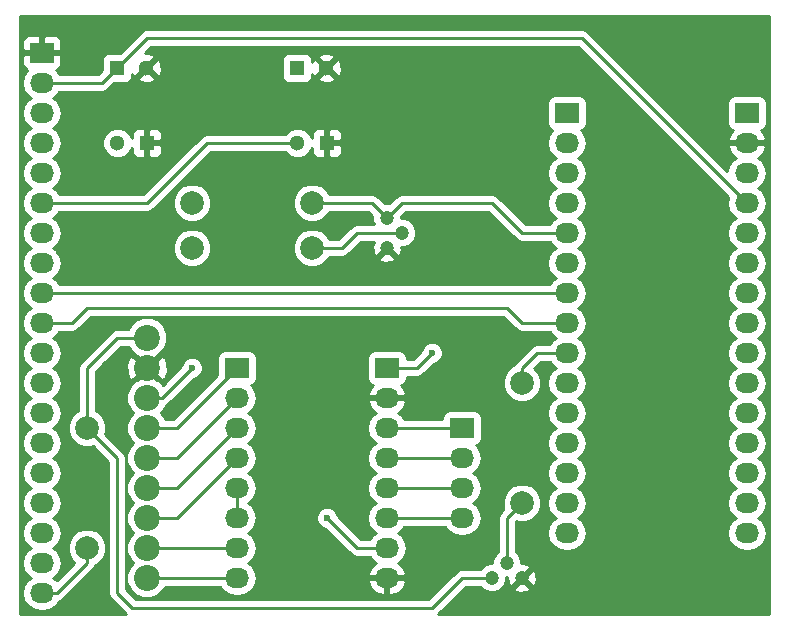
<source format=gbr>
G04 #@! TF.FileFunction,Copper,L2,Bot,Signal*
%FSLAX46Y46*%
G04 Gerber Fmt 4.6, Leading zero omitted, Abs format (unit mm)*
G04 Created by KiCad (PCBNEW 4.0.6-e0-6349~53~ubuntu16.04.1) date Fri Apr  7 11:58:01 2017*
%MOMM*%
%LPD*%
G01*
G04 APERTURE LIST*
%ADD10C,0.100000*%
%ADD11R,1.300000X1.300000*%
%ADD12C,1.300000*%
%ADD13C,1.998980*%
%ADD14C,1.200000*%
%ADD15R,2.032000X1.727200*%
%ADD16O,2.032000X1.727200*%
%ADD17C,2.200000*%
%ADD18C,0.600000*%
%ADD19C,0.250000*%
%ADD20C,0.254000*%
G04 APERTURE END LIST*
D10*
D11*
X106680000Y-95250000D03*
D12*
X104180000Y-95250000D03*
D13*
X105410000Y-100330000D03*
X95250000Y-100330000D03*
X105410000Y-104140000D03*
X95250000Y-104140000D03*
D14*
X111760000Y-104140000D03*
X113030000Y-102870000D03*
X111760000Y-101600000D03*
D15*
X142240000Y-92710000D03*
D16*
X142240000Y-95250000D03*
X142240000Y-97790000D03*
X142240000Y-100330000D03*
X142240000Y-102870000D03*
X142240000Y-105410000D03*
X142240000Y-107950000D03*
X142240000Y-110490000D03*
X142240000Y-113030000D03*
X142240000Y-115570000D03*
X142240000Y-118110000D03*
X142240000Y-120650000D03*
X142240000Y-123190000D03*
X142240000Y-125730000D03*
X142240000Y-128270000D03*
D15*
X127000000Y-92710000D03*
D16*
X127000000Y-95250000D03*
X127000000Y-97790000D03*
X127000000Y-100330000D03*
X127000000Y-102870000D03*
X127000000Y-105410000D03*
X127000000Y-107950000D03*
X127000000Y-110490000D03*
X127000000Y-113030000D03*
X127000000Y-115570000D03*
X127000000Y-118110000D03*
X127000000Y-120650000D03*
X127000000Y-123190000D03*
X127000000Y-125730000D03*
X127000000Y-128270000D03*
D15*
X118110000Y-119380000D03*
D16*
X118110000Y-121920000D03*
X118110000Y-124460000D03*
X118110000Y-127000000D03*
D15*
X111760000Y-114300000D03*
D16*
X111760000Y-116840000D03*
X111760000Y-119380000D03*
X111760000Y-121920000D03*
X111760000Y-124460000D03*
X111760000Y-127000000D03*
X111760000Y-129540000D03*
X111760000Y-132080000D03*
D15*
X99060000Y-114300000D03*
D16*
X99060000Y-116840000D03*
X99060000Y-119380000D03*
X99060000Y-121920000D03*
X99060000Y-124460000D03*
X99060000Y-127000000D03*
X99060000Y-129540000D03*
X99060000Y-132080000D03*
D15*
X82550000Y-87630000D03*
D16*
X82550000Y-90170000D03*
X82550000Y-92710000D03*
X82550000Y-95250000D03*
X82550000Y-97790000D03*
X82550000Y-100330000D03*
X82550000Y-102870000D03*
X82550000Y-105410000D03*
X82550000Y-107950000D03*
X82550000Y-110490000D03*
X82550000Y-113030000D03*
X82550000Y-115570000D03*
X82550000Y-118110000D03*
X82550000Y-120650000D03*
X82550000Y-123190000D03*
X82550000Y-125730000D03*
X82550000Y-128270000D03*
X82550000Y-130810000D03*
X82550000Y-133350000D03*
D11*
X104140000Y-88900000D03*
D12*
X106640000Y-88900000D03*
D11*
X91440000Y-95250000D03*
D12*
X88940000Y-95250000D03*
D11*
X88900000Y-88900000D03*
D12*
X91400000Y-88900000D03*
D14*
X123190000Y-132080000D03*
X121920000Y-130810000D03*
X120650000Y-132080000D03*
D13*
X86360000Y-119380000D03*
X86360000Y-129540000D03*
X123190000Y-115570000D03*
X123190000Y-125730000D03*
D17*
X91440000Y-111760000D03*
X91440000Y-114300000D03*
X91440000Y-116840000D03*
X91440000Y-119380000D03*
X91440000Y-121920000D03*
X91440000Y-124460000D03*
X91440000Y-127000000D03*
X91440000Y-129540000D03*
X91440000Y-132080000D03*
D18*
X106680000Y-127000000D03*
X115570000Y-113030000D03*
X95250000Y-114300000D03*
D19*
X111760000Y-129540000D02*
X109220000Y-129540000D01*
X109220000Y-129540000D02*
X106680000Y-127000000D01*
X88900000Y-88900000D02*
X91440000Y-86360000D01*
X128270000Y-86360000D02*
X142240000Y-100330000D01*
X91440000Y-86360000D02*
X128270000Y-86360000D01*
X82550000Y-90170000D02*
X87630000Y-90170000D01*
X87630000Y-90170000D02*
X88900000Y-88900000D01*
X114300000Y-114300000D02*
X111760000Y-114300000D01*
X115570000Y-113030000D02*
X114300000Y-114300000D01*
X82550000Y-100330000D02*
X91440000Y-100330000D01*
X96520000Y-95250000D02*
X104180000Y-95250000D01*
X91440000Y-100330000D02*
X96520000Y-95250000D01*
X82550000Y-107950000D02*
X127000000Y-107950000D01*
X82550000Y-110490000D02*
X85090000Y-110490000D01*
X123190000Y-110490000D02*
X127000000Y-110490000D01*
X121920000Y-109220000D02*
X123190000Y-110490000D01*
X86360000Y-109220000D02*
X121920000Y-109220000D01*
X85090000Y-110490000D02*
X86360000Y-109220000D01*
X82550000Y-133350000D02*
X83820000Y-133350000D01*
X86360000Y-130810000D02*
X86360000Y-129540000D01*
X83820000Y-133350000D02*
X86360000Y-130810000D01*
X91440000Y-116840000D02*
X92710000Y-116840000D01*
X92710000Y-116840000D02*
X95250000Y-114300000D01*
X91440000Y-119380000D02*
X93980000Y-119380000D01*
X93980000Y-119380000D02*
X99060000Y-114300000D01*
X91440000Y-121920000D02*
X93980000Y-121920000D01*
X93980000Y-121920000D02*
X99060000Y-116840000D01*
X91440000Y-124460000D02*
X93980000Y-124460000D01*
X93980000Y-124460000D02*
X99060000Y-119380000D01*
X91440000Y-127000000D02*
X93980000Y-127000000D01*
X93980000Y-127000000D02*
X99060000Y-121920000D01*
X91440000Y-129540000D02*
X99060000Y-129540000D01*
X99060000Y-127000000D02*
X99060000Y-124460000D01*
X111760000Y-119380000D02*
X118110000Y-119380000D01*
X111760000Y-121920000D02*
X118110000Y-121920000D01*
X111760000Y-124460000D02*
X118110000Y-124460000D01*
X111760000Y-127000000D02*
X118110000Y-127000000D01*
X123190000Y-115570000D02*
X123190000Y-114300000D01*
X124460000Y-113030000D02*
X127000000Y-113030000D01*
X123190000Y-114300000D02*
X124460000Y-113030000D01*
X105410000Y-104140000D02*
X107950000Y-104140000D01*
X109220000Y-102870000D02*
X113030000Y-102870000D01*
X107950000Y-104140000D02*
X109220000Y-102870000D01*
X86360000Y-119380000D02*
X86360000Y-114300000D01*
X88900000Y-111760000D02*
X91440000Y-111760000D01*
X86360000Y-114300000D02*
X88900000Y-111760000D01*
X120650000Y-132080000D02*
X118110000Y-132080000D01*
X88900000Y-121920000D02*
X86360000Y-119380000D01*
X88900000Y-133350000D02*
X88900000Y-121920000D01*
X90170000Y-134620000D02*
X88900000Y-133350000D01*
X115570000Y-134620000D02*
X90170000Y-134620000D01*
X118110000Y-132080000D02*
X115570000Y-134620000D01*
X91440000Y-132080000D02*
X99060000Y-132080000D01*
X111760000Y-101600000D02*
X113030000Y-100330000D01*
X123190000Y-102870000D02*
X127000000Y-102870000D01*
X120650000Y-100330000D02*
X123190000Y-102870000D01*
X113030000Y-100330000D02*
X120650000Y-100330000D01*
X105410000Y-100330000D02*
X110490000Y-100330000D01*
X110490000Y-100330000D02*
X111760000Y-101600000D01*
X121920000Y-130810000D02*
X121920000Y-127000000D01*
X121920000Y-127000000D02*
X123190000Y-125730000D01*
D20*
G36*
X144070000Y-135180000D02*
X116073579Y-135180000D01*
X116107401Y-135157401D01*
X118424802Y-132840000D01*
X119663644Y-132840000D01*
X119949515Y-133126371D01*
X120403266Y-133314785D01*
X120894579Y-133315214D01*
X121348657Y-133127592D01*
X121533837Y-132942735D01*
X122506870Y-132942735D01*
X122556383Y-133168164D01*
X123021036Y-133327807D01*
X123511413Y-133297482D01*
X123823617Y-133168164D01*
X123873130Y-132942735D01*
X123190000Y-132259605D01*
X122506870Y-132942735D01*
X121533837Y-132942735D01*
X121696371Y-132780485D01*
X121884785Y-132326734D01*
X121885031Y-132044970D01*
X121950479Y-132045027D01*
X121972518Y-132401413D01*
X122101836Y-132713617D01*
X122327265Y-132763130D01*
X123010395Y-132080000D01*
X123369605Y-132080000D01*
X124052735Y-132763130D01*
X124278164Y-132713617D01*
X124437807Y-132248964D01*
X124407482Y-131758587D01*
X124278164Y-131446383D01*
X124052735Y-131396870D01*
X123369605Y-132080000D01*
X123010395Y-132080000D01*
X122996253Y-132065858D01*
X123175858Y-131886253D01*
X123190000Y-131900395D01*
X123873130Y-131217265D01*
X123823617Y-130991836D01*
X123358964Y-130832193D01*
X123154970Y-130844808D01*
X123155214Y-130565421D01*
X122967592Y-130111343D01*
X122680000Y-129823248D01*
X122680000Y-127314802D01*
X122698917Y-127295885D01*
X122863453Y-127364206D01*
X123513694Y-127364774D01*
X124114655Y-127116462D01*
X124574846Y-126657073D01*
X124824206Y-126056547D01*
X124824774Y-125406306D01*
X124576462Y-124805345D01*
X124117073Y-124345154D01*
X123516547Y-124095794D01*
X122866306Y-124095226D01*
X122265345Y-124343538D01*
X121805154Y-124802927D01*
X121555794Y-125403453D01*
X121555226Y-126053694D01*
X121624309Y-126220889D01*
X121382599Y-126462599D01*
X121217852Y-126709161D01*
X121160000Y-127000000D01*
X121160000Y-129823644D01*
X120873629Y-130109515D01*
X120685215Y-130563266D01*
X120684969Y-130845030D01*
X120405421Y-130844786D01*
X119951343Y-131032408D01*
X119663248Y-131320000D01*
X118110000Y-131320000D01*
X117867414Y-131368254D01*
X117819160Y-131377852D01*
X117572599Y-131542599D01*
X115255198Y-133860000D01*
X90484802Y-133860000D01*
X89660000Y-133035198D01*
X89660000Y-121920000D01*
X89602148Y-121629161D01*
X89602148Y-121629160D01*
X89437401Y-121382599D01*
X87925885Y-119871083D01*
X87994206Y-119706547D01*
X87994774Y-119056306D01*
X87746462Y-118455345D01*
X87287073Y-117995154D01*
X87120000Y-117925779D01*
X87120000Y-117183599D01*
X89704699Y-117183599D01*
X89968281Y-117821515D01*
X90256338Y-118110075D01*
X89969996Y-118395918D01*
X89705301Y-119033373D01*
X89704699Y-119723599D01*
X89968281Y-120361515D01*
X90256338Y-120650075D01*
X89969996Y-120935918D01*
X89705301Y-121573373D01*
X89704699Y-122263599D01*
X89968281Y-122901515D01*
X90256338Y-123190075D01*
X89969996Y-123475918D01*
X89705301Y-124113373D01*
X89704699Y-124803599D01*
X89968281Y-125441515D01*
X90256338Y-125730075D01*
X89969996Y-126015918D01*
X89705301Y-126653373D01*
X89704699Y-127343599D01*
X89968281Y-127981515D01*
X90256338Y-128270075D01*
X89969996Y-128555918D01*
X89705301Y-129193373D01*
X89704699Y-129883599D01*
X89968281Y-130521515D01*
X90256338Y-130810075D01*
X89969996Y-131095918D01*
X89705301Y-131733373D01*
X89704699Y-132423599D01*
X89968281Y-133061515D01*
X90455918Y-133550004D01*
X91093373Y-133814699D01*
X91783599Y-133815301D01*
X92421515Y-133551719D01*
X92910004Y-133064082D01*
X93003051Y-132840000D01*
X97615352Y-132840000D01*
X97815585Y-133139670D01*
X98301766Y-133464526D01*
X98875255Y-133578600D01*
X99244745Y-133578600D01*
X99818234Y-133464526D01*
X100304415Y-133139670D01*
X100629271Y-132653489D01*
X100671930Y-132439026D01*
X110152642Y-132439026D01*
X110155291Y-132454791D01*
X110409268Y-132982036D01*
X110845680Y-133371954D01*
X111398087Y-133565184D01*
X111633000Y-133420924D01*
X111633000Y-132207000D01*
X111887000Y-132207000D01*
X111887000Y-133420924D01*
X112121913Y-133565184D01*
X112674320Y-133371954D01*
X113110732Y-132982036D01*
X113364709Y-132454791D01*
X113367358Y-132439026D01*
X113246217Y-132207000D01*
X111887000Y-132207000D01*
X111633000Y-132207000D01*
X110273783Y-132207000D01*
X110152642Y-132439026D01*
X100671930Y-132439026D01*
X100743345Y-132080000D01*
X100629271Y-131506511D01*
X100304415Y-131020330D01*
X99989634Y-130810000D01*
X100304415Y-130599670D01*
X100629271Y-130113489D01*
X100743345Y-129540000D01*
X100629271Y-128966511D01*
X100304415Y-128480330D01*
X99989634Y-128270000D01*
X100304415Y-128059670D01*
X100629271Y-127573489D01*
X100706513Y-127185167D01*
X105744838Y-127185167D01*
X105886883Y-127528943D01*
X106149673Y-127792192D01*
X106493201Y-127934838D01*
X106540077Y-127934879D01*
X108682599Y-130077401D01*
X108929160Y-130242148D01*
X108977414Y-130251746D01*
X109220000Y-130300000D01*
X110315352Y-130300000D01*
X110515585Y-130599670D01*
X110825069Y-130806461D01*
X110409268Y-131177964D01*
X110155291Y-131705209D01*
X110152642Y-131720974D01*
X110273783Y-131953000D01*
X111633000Y-131953000D01*
X111633000Y-131933000D01*
X111887000Y-131933000D01*
X111887000Y-131953000D01*
X113246217Y-131953000D01*
X113367358Y-131720974D01*
X113364709Y-131705209D01*
X113110732Y-131177964D01*
X112694931Y-130806461D01*
X113004415Y-130599670D01*
X113329271Y-130113489D01*
X113443345Y-129540000D01*
X113329271Y-128966511D01*
X113004415Y-128480330D01*
X112689634Y-128270000D01*
X113004415Y-128059670D01*
X113204648Y-127760000D01*
X116665352Y-127760000D01*
X116865585Y-128059670D01*
X117351766Y-128384526D01*
X117925255Y-128498600D01*
X118294745Y-128498600D01*
X118868234Y-128384526D01*
X119354415Y-128059670D01*
X119679271Y-127573489D01*
X119793345Y-127000000D01*
X119679271Y-126426511D01*
X119354415Y-125940330D01*
X119039634Y-125730000D01*
X119354415Y-125519670D01*
X119679271Y-125033489D01*
X119793345Y-124460000D01*
X119679271Y-123886511D01*
X119354415Y-123400330D01*
X119039634Y-123190000D01*
X119354415Y-122979670D01*
X119679271Y-122493489D01*
X119793345Y-121920000D01*
X119679271Y-121346511D01*
X119354415Y-120860330D01*
X119340087Y-120850757D01*
X119361317Y-120846762D01*
X119577441Y-120707690D01*
X119722431Y-120495490D01*
X119773440Y-120243600D01*
X119773440Y-118516400D01*
X119729162Y-118281083D01*
X119590090Y-118064959D01*
X119377890Y-117919969D01*
X119126000Y-117868960D01*
X117094000Y-117868960D01*
X116858683Y-117913238D01*
X116642559Y-118052310D01*
X116497569Y-118264510D01*
X116446560Y-118516400D01*
X116446560Y-118620000D01*
X113204648Y-118620000D01*
X113004415Y-118320330D01*
X112694931Y-118113539D01*
X113110732Y-117742036D01*
X113364709Y-117214791D01*
X113367358Y-117199026D01*
X113246217Y-116967000D01*
X111887000Y-116967000D01*
X111887000Y-116987000D01*
X111633000Y-116987000D01*
X111633000Y-116967000D01*
X110273783Y-116967000D01*
X110152642Y-117199026D01*
X110155291Y-117214791D01*
X110409268Y-117742036D01*
X110825069Y-118113539D01*
X110515585Y-118320330D01*
X110190729Y-118806511D01*
X110076655Y-119380000D01*
X110190729Y-119953489D01*
X110515585Y-120439670D01*
X110830366Y-120650000D01*
X110515585Y-120860330D01*
X110190729Y-121346511D01*
X110076655Y-121920000D01*
X110190729Y-122493489D01*
X110515585Y-122979670D01*
X110830366Y-123190000D01*
X110515585Y-123400330D01*
X110190729Y-123886511D01*
X110076655Y-124460000D01*
X110190729Y-125033489D01*
X110515585Y-125519670D01*
X110830366Y-125730000D01*
X110515585Y-125940330D01*
X110190729Y-126426511D01*
X110076655Y-127000000D01*
X110190729Y-127573489D01*
X110515585Y-128059670D01*
X110830366Y-128270000D01*
X110515585Y-128480330D01*
X110315352Y-128780000D01*
X109534802Y-128780000D01*
X107615122Y-126860320D01*
X107615162Y-126814833D01*
X107473117Y-126471057D01*
X107210327Y-126207808D01*
X106866799Y-126065162D01*
X106494833Y-126064838D01*
X106151057Y-126206883D01*
X105887808Y-126469673D01*
X105745162Y-126813201D01*
X105744838Y-127185167D01*
X100706513Y-127185167D01*
X100743345Y-127000000D01*
X100629271Y-126426511D01*
X100304415Y-125940330D01*
X99989634Y-125730000D01*
X100304415Y-125519670D01*
X100629271Y-125033489D01*
X100743345Y-124460000D01*
X100629271Y-123886511D01*
X100304415Y-123400330D01*
X99989634Y-123190000D01*
X100304415Y-122979670D01*
X100629271Y-122493489D01*
X100743345Y-121920000D01*
X100629271Y-121346511D01*
X100304415Y-120860330D01*
X99989634Y-120650000D01*
X100304415Y-120439670D01*
X100629271Y-119953489D01*
X100743345Y-119380000D01*
X100629271Y-118806511D01*
X100304415Y-118320330D01*
X99989634Y-118110000D01*
X100304415Y-117899670D01*
X100629271Y-117413489D01*
X100743345Y-116840000D01*
X100629271Y-116266511D01*
X100304415Y-115780330D01*
X100290087Y-115770757D01*
X100311317Y-115766762D01*
X100527441Y-115627690D01*
X100672431Y-115415490D01*
X100723440Y-115163600D01*
X100723440Y-113436400D01*
X110096560Y-113436400D01*
X110096560Y-115163600D01*
X110140838Y-115398917D01*
X110279910Y-115615041D01*
X110492110Y-115760031D01*
X110586927Y-115779232D01*
X110409268Y-115937964D01*
X110155291Y-116465209D01*
X110152642Y-116480974D01*
X110273783Y-116713000D01*
X111633000Y-116713000D01*
X111633000Y-116693000D01*
X111887000Y-116693000D01*
X111887000Y-116713000D01*
X113246217Y-116713000D01*
X113367358Y-116480974D01*
X113364709Y-116465209D01*
X113110732Y-115937964D01*
X112935155Y-115781093D01*
X113011317Y-115766762D01*
X113227441Y-115627690D01*
X113372431Y-115415490D01*
X113423440Y-115163600D01*
X113423440Y-115060000D01*
X114300000Y-115060000D01*
X114590839Y-115002148D01*
X114837401Y-114837401D01*
X115709680Y-113965122D01*
X115755167Y-113965162D01*
X116098943Y-113823117D01*
X116362192Y-113560327D01*
X116504838Y-113216799D01*
X116505162Y-112844833D01*
X116363117Y-112501057D01*
X116100327Y-112237808D01*
X115756799Y-112095162D01*
X115384833Y-112094838D01*
X115041057Y-112236883D01*
X114777808Y-112499673D01*
X114635162Y-112843201D01*
X114635121Y-112890077D01*
X113985198Y-113540000D01*
X113423440Y-113540000D01*
X113423440Y-113436400D01*
X113379162Y-113201083D01*
X113240090Y-112984959D01*
X113027890Y-112839969D01*
X112776000Y-112788960D01*
X110744000Y-112788960D01*
X110508683Y-112833238D01*
X110292559Y-112972310D01*
X110147569Y-113184510D01*
X110096560Y-113436400D01*
X100723440Y-113436400D01*
X100679162Y-113201083D01*
X100540090Y-112984959D01*
X100327890Y-112839969D01*
X100076000Y-112788960D01*
X98044000Y-112788960D01*
X97808683Y-112833238D01*
X97592559Y-112972310D01*
X97447569Y-113184510D01*
X97396560Y-113436400D01*
X97396560Y-114888638D01*
X93665198Y-118620000D01*
X93003247Y-118620000D01*
X92911719Y-118398485D01*
X92623662Y-118109925D01*
X92910004Y-117824082D01*
X93037147Y-117517888D01*
X93247401Y-117377401D01*
X95389680Y-115235122D01*
X95435167Y-115235162D01*
X95778943Y-115093117D01*
X96042192Y-114830327D01*
X96184838Y-114486799D01*
X96185162Y-114114833D01*
X96043117Y-113771057D01*
X95780327Y-113507808D01*
X95436799Y-113365162D01*
X95064833Y-113364838D01*
X94721057Y-113506883D01*
X94457808Y-113769673D01*
X94315162Y-114113201D01*
X94315121Y-114160077D01*
X92764345Y-115710853D01*
X92424082Y-115369996D01*
X92263861Y-115303466D01*
X91440000Y-114479605D01*
X90616695Y-115302910D01*
X90458485Y-115368281D01*
X89969996Y-115855918D01*
X89705301Y-116493373D01*
X89704699Y-117183599D01*
X87120000Y-117183599D01*
X87120000Y-114614802D01*
X87723209Y-114011593D01*
X89694677Y-114011593D01*
X89717164Y-114701453D01*
X89937901Y-115234359D01*
X90215132Y-115345263D01*
X91260395Y-114300000D01*
X91619605Y-114300000D01*
X92664868Y-115345263D01*
X92942099Y-115234359D01*
X93185323Y-114588407D01*
X93162836Y-113898547D01*
X92942099Y-113365641D01*
X92664868Y-113254737D01*
X91619605Y-114300000D01*
X91260395Y-114300000D01*
X90215132Y-113254737D01*
X89937901Y-113365641D01*
X89694677Y-114011593D01*
X87723209Y-114011593D01*
X89214802Y-112520000D01*
X89876753Y-112520000D01*
X89968281Y-112741515D01*
X90455918Y-113230004D01*
X90616139Y-113296534D01*
X91440000Y-114120395D01*
X92263305Y-113297090D01*
X92421515Y-113231719D01*
X92910004Y-112744082D01*
X93174699Y-112106627D01*
X93175301Y-111416401D01*
X92911719Y-110778485D01*
X92424082Y-110289996D01*
X91786627Y-110025301D01*
X91096401Y-110024699D01*
X90458485Y-110288281D01*
X89969996Y-110775918D01*
X89876949Y-111000000D01*
X88900000Y-111000000D01*
X88657414Y-111048254D01*
X88609160Y-111057852D01*
X88362599Y-111222599D01*
X85822599Y-113762599D01*
X85657852Y-114009161D01*
X85600000Y-114300000D01*
X85600000Y-117925504D01*
X85435345Y-117993538D01*
X84975154Y-118452927D01*
X84725794Y-119053453D01*
X84725226Y-119703694D01*
X84973538Y-120304655D01*
X85432927Y-120764846D01*
X86033453Y-121014206D01*
X86683694Y-121014774D01*
X86850889Y-120945691D01*
X88140000Y-122234802D01*
X88140000Y-133350000D01*
X88197852Y-133640839D01*
X88362599Y-133887401D01*
X89632599Y-135157401D01*
X89666421Y-135180000D01*
X80720000Y-135180000D01*
X80720000Y-90170000D01*
X80866655Y-90170000D01*
X80980729Y-90743489D01*
X81305585Y-91229670D01*
X81620366Y-91440000D01*
X81305585Y-91650330D01*
X80980729Y-92136511D01*
X80866655Y-92710000D01*
X80980729Y-93283489D01*
X81305585Y-93769670D01*
X81620366Y-93980000D01*
X81305585Y-94190330D01*
X80980729Y-94676511D01*
X80866655Y-95250000D01*
X80980729Y-95823489D01*
X81305585Y-96309670D01*
X81620366Y-96520000D01*
X81305585Y-96730330D01*
X80980729Y-97216511D01*
X80866655Y-97790000D01*
X80980729Y-98363489D01*
X81305585Y-98849670D01*
X81620366Y-99060000D01*
X81305585Y-99270330D01*
X80980729Y-99756511D01*
X80866655Y-100330000D01*
X80980729Y-100903489D01*
X81305585Y-101389670D01*
X81620366Y-101600000D01*
X81305585Y-101810330D01*
X80980729Y-102296511D01*
X80866655Y-102870000D01*
X80980729Y-103443489D01*
X81305585Y-103929670D01*
X81620366Y-104140000D01*
X81305585Y-104350330D01*
X80980729Y-104836511D01*
X80866655Y-105410000D01*
X80980729Y-105983489D01*
X81305585Y-106469670D01*
X81620366Y-106680000D01*
X81305585Y-106890330D01*
X80980729Y-107376511D01*
X80866655Y-107950000D01*
X80980729Y-108523489D01*
X81305585Y-109009670D01*
X81620366Y-109220000D01*
X81305585Y-109430330D01*
X80980729Y-109916511D01*
X80866655Y-110490000D01*
X80980729Y-111063489D01*
X81305585Y-111549670D01*
X81620366Y-111760000D01*
X81305585Y-111970330D01*
X80980729Y-112456511D01*
X80866655Y-113030000D01*
X80980729Y-113603489D01*
X81305585Y-114089670D01*
X81620366Y-114300000D01*
X81305585Y-114510330D01*
X80980729Y-114996511D01*
X80866655Y-115570000D01*
X80980729Y-116143489D01*
X81305585Y-116629670D01*
X81620366Y-116840000D01*
X81305585Y-117050330D01*
X80980729Y-117536511D01*
X80866655Y-118110000D01*
X80980729Y-118683489D01*
X81305585Y-119169670D01*
X81620366Y-119380000D01*
X81305585Y-119590330D01*
X80980729Y-120076511D01*
X80866655Y-120650000D01*
X80980729Y-121223489D01*
X81305585Y-121709670D01*
X81620366Y-121920000D01*
X81305585Y-122130330D01*
X80980729Y-122616511D01*
X80866655Y-123190000D01*
X80980729Y-123763489D01*
X81305585Y-124249670D01*
X81620366Y-124460000D01*
X81305585Y-124670330D01*
X80980729Y-125156511D01*
X80866655Y-125730000D01*
X80980729Y-126303489D01*
X81305585Y-126789670D01*
X81620366Y-127000000D01*
X81305585Y-127210330D01*
X80980729Y-127696511D01*
X80866655Y-128270000D01*
X80980729Y-128843489D01*
X81305585Y-129329670D01*
X81620366Y-129540000D01*
X81305585Y-129750330D01*
X80980729Y-130236511D01*
X80866655Y-130810000D01*
X80980729Y-131383489D01*
X81305585Y-131869670D01*
X81620366Y-132080000D01*
X81305585Y-132290330D01*
X80980729Y-132776511D01*
X80866655Y-133350000D01*
X80980729Y-133923489D01*
X81305585Y-134409670D01*
X81791766Y-134734526D01*
X82365255Y-134848600D01*
X82734745Y-134848600D01*
X83308234Y-134734526D01*
X83794415Y-134409670D01*
X84021419Y-134069935D01*
X84110839Y-134052148D01*
X84357401Y-133887401D01*
X86897401Y-131347401D01*
X87062148Y-131100840D01*
X87080015Y-131011018D01*
X87284655Y-130926462D01*
X87744846Y-130467073D01*
X87994206Y-129866547D01*
X87994774Y-129216306D01*
X87746462Y-128615345D01*
X87287073Y-128155154D01*
X86686547Y-127905794D01*
X86036306Y-127905226D01*
X85435345Y-128153538D01*
X84975154Y-128612927D01*
X84725794Y-129213453D01*
X84725226Y-129863694D01*
X84973538Y-130464655D01*
X85301754Y-130793444D01*
X83798602Y-132296596D01*
X83794415Y-132290330D01*
X83479634Y-132080000D01*
X83794415Y-131869670D01*
X84119271Y-131383489D01*
X84233345Y-130810000D01*
X84119271Y-130236511D01*
X83794415Y-129750330D01*
X83479634Y-129540000D01*
X83794415Y-129329670D01*
X84119271Y-128843489D01*
X84233345Y-128270000D01*
X84119271Y-127696511D01*
X83794415Y-127210330D01*
X83479634Y-127000000D01*
X83794415Y-126789670D01*
X84119271Y-126303489D01*
X84233345Y-125730000D01*
X84119271Y-125156511D01*
X83794415Y-124670330D01*
X83479634Y-124460000D01*
X83794415Y-124249670D01*
X84119271Y-123763489D01*
X84233345Y-123190000D01*
X84119271Y-122616511D01*
X83794415Y-122130330D01*
X83479634Y-121920000D01*
X83794415Y-121709670D01*
X84119271Y-121223489D01*
X84233345Y-120650000D01*
X84119271Y-120076511D01*
X83794415Y-119590330D01*
X83479634Y-119380000D01*
X83794415Y-119169670D01*
X84119271Y-118683489D01*
X84233345Y-118110000D01*
X84119271Y-117536511D01*
X83794415Y-117050330D01*
X83479634Y-116840000D01*
X83794415Y-116629670D01*
X84119271Y-116143489D01*
X84233345Y-115570000D01*
X84119271Y-114996511D01*
X83794415Y-114510330D01*
X83479634Y-114300000D01*
X83794415Y-114089670D01*
X84119271Y-113603489D01*
X84233345Y-113030000D01*
X84119271Y-112456511D01*
X83794415Y-111970330D01*
X83479634Y-111760000D01*
X83794415Y-111549670D01*
X83994648Y-111250000D01*
X85090000Y-111250000D01*
X85380839Y-111192148D01*
X85627401Y-111027401D01*
X86674802Y-109980000D01*
X121605198Y-109980000D01*
X122652599Y-111027401D01*
X122899160Y-111192148D01*
X123190000Y-111250000D01*
X125555352Y-111250000D01*
X125755585Y-111549670D01*
X126070366Y-111760000D01*
X125755585Y-111970330D01*
X125555352Y-112270000D01*
X124460000Y-112270000D01*
X124169160Y-112327852D01*
X123922599Y-112492599D01*
X122652599Y-113762599D01*
X122487852Y-114009161D01*
X122469985Y-114098982D01*
X122265345Y-114183538D01*
X121805154Y-114642927D01*
X121555794Y-115243453D01*
X121555226Y-115893694D01*
X121803538Y-116494655D01*
X122262927Y-116954846D01*
X122863453Y-117204206D01*
X123513694Y-117204774D01*
X124114655Y-116956462D01*
X124574846Y-116497073D01*
X124824206Y-115896547D01*
X124824774Y-115246306D01*
X124576462Y-114645345D01*
X124248246Y-114316556D01*
X124774802Y-113790000D01*
X125555352Y-113790000D01*
X125755585Y-114089670D01*
X126070366Y-114300000D01*
X125755585Y-114510330D01*
X125430729Y-114996511D01*
X125316655Y-115570000D01*
X125430729Y-116143489D01*
X125755585Y-116629670D01*
X126070366Y-116840000D01*
X125755585Y-117050330D01*
X125430729Y-117536511D01*
X125316655Y-118110000D01*
X125430729Y-118683489D01*
X125755585Y-119169670D01*
X126070366Y-119380000D01*
X125755585Y-119590330D01*
X125430729Y-120076511D01*
X125316655Y-120650000D01*
X125430729Y-121223489D01*
X125755585Y-121709670D01*
X126070366Y-121920000D01*
X125755585Y-122130330D01*
X125430729Y-122616511D01*
X125316655Y-123190000D01*
X125430729Y-123763489D01*
X125755585Y-124249670D01*
X126070366Y-124460000D01*
X125755585Y-124670330D01*
X125430729Y-125156511D01*
X125316655Y-125730000D01*
X125430729Y-126303489D01*
X125755585Y-126789670D01*
X126070366Y-127000000D01*
X125755585Y-127210330D01*
X125430729Y-127696511D01*
X125316655Y-128270000D01*
X125430729Y-128843489D01*
X125755585Y-129329670D01*
X126241766Y-129654526D01*
X126815255Y-129768600D01*
X127184745Y-129768600D01*
X127758234Y-129654526D01*
X128244415Y-129329670D01*
X128569271Y-128843489D01*
X128683345Y-128270000D01*
X128569271Y-127696511D01*
X128244415Y-127210330D01*
X127929634Y-127000000D01*
X128244415Y-126789670D01*
X128569271Y-126303489D01*
X128683345Y-125730000D01*
X128569271Y-125156511D01*
X128244415Y-124670330D01*
X127929634Y-124460000D01*
X128244415Y-124249670D01*
X128569271Y-123763489D01*
X128683345Y-123190000D01*
X128569271Y-122616511D01*
X128244415Y-122130330D01*
X127929634Y-121920000D01*
X128244415Y-121709670D01*
X128569271Y-121223489D01*
X128683345Y-120650000D01*
X128569271Y-120076511D01*
X128244415Y-119590330D01*
X127929634Y-119380000D01*
X128244415Y-119169670D01*
X128569271Y-118683489D01*
X128683345Y-118110000D01*
X128569271Y-117536511D01*
X128244415Y-117050330D01*
X127929634Y-116840000D01*
X128244415Y-116629670D01*
X128569271Y-116143489D01*
X128683345Y-115570000D01*
X128569271Y-114996511D01*
X128244415Y-114510330D01*
X127929634Y-114300000D01*
X128244415Y-114089670D01*
X128569271Y-113603489D01*
X128683345Y-113030000D01*
X128569271Y-112456511D01*
X128244415Y-111970330D01*
X127929634Y-111760000D01*
X128244415Y-111549670D01*
X128569271Y-111063489D01*
X128683345Y-110490000D01*
X128569271Y-109916511D01*
X128244415Y-109430330D01*
X127929634Y-109220000D01*
X128244415Y-109009670D01*
X128569271Y-108523489D01*
X128683345Y-107950000D01*
X128569271Y-107376511D01*
X128244415Y-106890330D01*
X127929634Y-106680000D01*
X128244415Y-106469670D01*
X128569271Y-105983489D01*
X128683345Y-105410000D01*
X128569271Y-104836511D01*
X128244415Y-104350330D01*
X127929634Y-104140000D01*
X128244415Y-103929670D01*
X128569271Y-103443489D01*
X128683345Y-102870000D01*
X128569271Y-102296511D01*
X128244415Y-101810330D01*
X127929634Y-101600000D01*
X128244415Y-101389670D01*
X128569271Y-100903489D01*
X128683345Y-100330000D01*
X128569271Y-99756511D01*
X128244415Y-99270330D01*
X127929634Y-99060000D01*
X128244415Y-98849670D01*
X128569271Y-98363489D01*
X128683345Y-97790000D01*
X128569271Y-97216511D01*
X128244415Y-96730330D01*
X127929634Y-96520000D01*
X128244415Y-96309670D01*
X128569271Y-95823489D01*
X128683345Y-95250000D01*
X128569271Y-94676511D01*
X128244415Y-94190330D01*
X128230087Y-94180757D01*
X128251317Y-94176762D01*
X128467441Y-94037690D01*
X128612431Y-93825490D01*
X128663440Y-93573600D01*
X128663440Y-91846400D01*
X128619162Y-91611083D01*
X128480090Y-91394959D01*
X128267890Y-91249969D01*
X128016000Y-91198960D01*
X125984000Y-91198960D01*
X125748683Y-91243238D01*
X125532559Y-91382310D01*
X125387569Y-91594510D01*
X125336560Y-91846400D01*
X125336560Y-93573600D01*
X125380838Y-93808917D01*
X125519910Y-94025041D01*
X125732110Y-94170031D01*
X125773439Y-94178400D01*
X125755585Y-94190330D01*
X125430729Y-94676511D01*
X125316655Y-95250000D01*
X125430729Y-95823489D01*
X125755585Y-96309670D01*
X126070366Y-96520000D01*
X125755585Y-96730330D01*
X125430729Y-97216511D01*
X125316655Y-97790000D01*
X125430729Y-98363489D01*
X125755585Y-98849670D01*
X126070366Y-99060000D01*
X125755585Y-99270330D01*
X125430729Y-99756511D01*
X125316655Y-100330000D01*
X125430729Y-100903489D01*
X125755585Y-101389670D01*
X126070366Y-101600000D01*
X125755585Y-101810330D01*
X125555352Y-102110000D01*
X123504802Y-102110000D01*
X121187401Y-99792599D01*
X120940839Y-99627852D01*
X120650000Y-99570000D01*
X113030000Y-99570000D01*
X112739160Y-99627852D01*
X112492599Y-99792599D01*
X111920059Y-100365139D01*
X111599662Y-100364860D01*
X111027401Y-99792599D01*
X110780839Y-99627852D01*
X110490000Y-99570000D01*
X106864496Y-99570000D01*
X106796462Y-99405345D01*
X106337073Y-98945154D01*
X105736547Y-98695794D01*
X105086306Y-98695226D01*
X104485345Y-98943538D01*
X104025154Y-99402927D01*
X103775794Y-100003453D01*
X103775226Y-100653694D01*
X104023538Y-101254655D01*
X104482927Y-101714846D01*
X105083453Y-101964206D01*
X105733694Y-101964774D01*
X106334655Y-101716462D01*
X106794846Y-101257073D01*
X106864221Y-101090000D01*
X110175198Y-101090000D01*
X110525139Y-101439941D01*
X110524786Y-101844579D01*
X110634456Y-102110000D01*
X109220000Y-102110000D01*
X108929160Y-102167852D01*
X108682599Y-102332599D01*
X107635198Y-103380000D01*
X106864496Y-103380000D01*
X106796462Y-103215345D01*
X106337073Y-102755154D01*
X105736547Y-102505794D01*
X105086306Y-102505226D01*
X104485345Y-102753538D01*
X104025154Y-103212927D01*
X103775794Y-103813453D01*
X103775226Y-104463694D01*
X104023538Y-105064655D01*
X104482927Y-105524846D01*
X105083453Y-105774206D01*
X105733694Y-105774774D01*
X106334655Y-105526462D01*
X106794846Y-105067073D01*
X106821561Y-105002735D01*
X111076870Y-105002735D01*
X111126383Y-105228164D01*
X111591036Y-105387807D01*
X112081413Y-105357482D01*
X112393617Y-105228164D01*
X112443130Y-105002735D01*
X111760000Y-104319605D01*
X111076870Y-105002735D01*
X106821561Y-105002735D01*
X106864221Y-104900000D01*
X107950000Y-104900000D01*
X108240839Y-104842148D01*
X108487401Y-104677401D01*
X109534802Y-103630000D01*
X110629364Y-103630000D01*
X110512193Y-103971036D01*
X110542518Y-104461413D01*
X110671836Y-104773617D01*
X110897265Y-104823130D01*
X111580395Y-104140000D01*
X111566253Y-104125858D01*
X111745858Y-103946253D01*
X111760000Y-103960395D01*
X111774143Y-103946253D01*
X111953748Y-104125858D01*
X111939605Y-104140000D01*
X112622735Y-104823130D01*
X112848164Y-104773617D01*
X113007807Y-104308964D01*
X112995192Y-104104970D01*
X113274579Y-104105214D01*
X113728657Y-103917592D01*
X114076371Y-103570485D01*
X114264785Y-103116734D01*
X114265214Y-102625421D01*
X114077592Y-102171343D01*
X113730485Y-101823629D01*
X113276734Y-101635215D01*
X112994970Y-101634969D01*
X112995140Y-101439662D01*
X113344802Y-101090000D01*
X120335198Y-101090000D01*
X122652599Y-103407401D01*
X122899160Y-103572148D01*
X122947414Y-103581746D01*
X123190000Y-103630000D01*
X125555352Y-103630000D01*
X125755585Y-103929670D01*
X126070366Y-104140000D01*
X125755585Y-104350330D01*
X125430729Y-104836511D01*
X125316655Y-105410000D01*
X125430729Y-105983489D01*
X125755585Y-106469670D01*
X126070366Y-106680000D01*
X125755585Y-106890330D01*
X125555352Y-107190000D01*
X83994648Y-107190000D01*
X83794415Y-106890330D01*
X83479634Y-106680000D01*
X83794415Y-106469670D01*
X84119271Y-105983489D01*
X84233345Y-105410000D01*
X84119271Y-104836511D01*
X83870163Y-104463694D01*
X93615226Y-104463694D01*
X93863538Y-105064655D01*
X94322927Y-105524846D01*
X94923453Y-105774206D01*
X95573694Y-105774774D01*
X96174655Y-105526462D01*
X96634846Y-105067073D01*
X96884206Y-104466547D01*
X96884774Y-103816306D01*
X96636462Y-103215345D01*
X96177073Y-102755154D01*
X95576547Y-102505794D01*
X94926306Y-102505226D01*
X94325345Y-102753538D01*
X93865154Y-103212927D01*
X93615794Y-103813453D01*
X93615226Y-104463694D01*
X83870163Y-104463694D01*
X83794415Y-104350330D01*
X83479634Y-104140000D01*
X83794415Y-103929670D01*
X84119271Y-103443489D01*
X84233345Y-102870000D01*
X84119271Y-102296511D01*
X83794415Y-101810330D01*
X83479634Y-101600000D01*
X83794415Y-101389670D01*
X83994648Y-101090000D01*
X91440000Y-101090000D01*
X91730839Y-101032148D01*
X91977401Y-100867401D01*
X92191108Y-100653694D01*
X93615226Y-100653694D01*
X93863538Y-101254655D01*
X94322927Y-101714846D01*
X94923453Y-101964206D01*
X95573694Y-101964774D01*
X96174655Y-101716462D01*
X96634846Y-101257073D01*
X96884206Y-100656547D01*
X96884774Y-100006306D01*
X96636462Y-99405345D01*
X96177073Y-98945154D01*
X95576547Y-98695794D01*
X94926306Y-98695226D01*
X94325345Y-98943538D01*
X93865154Y-99402927D01*
X93615794Y-100003453D01*
X93615226Y-100653694D01*
X92191108Y-100653694D01*
X96834802Y-96010000D01*
X103122994Y-96010000D01*
X103451155Y-96338735D01*
X103923276Y-96534777D01*
X104434481Y-96535223D01*
X104906943Y-96340005D01*
X105268735Y-95978845D01*
X105395000Y-95674765D01*
X105395000Y-96026310D01*
X105491673Y-96259699D01*
X105670302Y-96438327D01*
X105903691Y-96535000D01*
X106394250Y-96535000D01*
X106553000Y-96376250D01*
X106553000Y-95377000D01*
X106807000Y-95377000D01*
X106807000Y-96376250D01*
X106965750Y-96535000D01*
X107456309Y-96535000D01*
X107689698Y-96438327D01*
X107868327Y-96259699D01*
X107965000Y-96026310D01*
X107965000Y-95535750D01*
X107806250Y-95377000D01*
X106807000Y-95377000D01*
X106553000Y-95377000D01*
X106533000Y-95377000D01*
X106533000Y-95123000D01*
X106553000Y-95123000D01*
X106553000Y-94123750D01*
X106807000Y-94123750D01*
X106807000Y-95123000D01*
X107806250Y-95123000D01*
X107965000Y-94964250D01*
X107965000Y-94473690D01*
X107868327Y-94240301D01*
X107689698Y-94061673D01*
X107456309Y-93965000D01*
X106965750Y-93965000D01*
X106807000Y-94123750D01*
X106553000Y-94123750D01*
X106394250Y-93965000D01*
X105903691Y-93965000D01*
X105670302Y-94061673D01*
X105491673Y-94240301D01*
X105395000Y-94473690D01*
X105395000Y-94825567D01*
X105270005Y-94523057D01*
X104908845Y-94161265D01*
X104436724Y-93965223D01*
X103925519Y-93964777D01*
X103453057Y-94159995D01*
X103122475Y-94490000D01*
X96520000Y-94490000D01*
X96229161Y-94547852D01*
X95982599Y-94712599D01*
X91125198Y-99570000D01*
X83994648Y-99570000D01*
X83794415Y-99270330D01*
X83479634Y-99060000D01*
X83794415Y-98849670D01*
X84119271Y-98363489D01*
X84233345Y-97790000D01*
X84119271Y-97216511D01*
X83794415Y-96730330D01*
X83479634Y-96520000D01*
X83794415Y-96309670D01*
X84119271Y-95823489D01*
X84182725Y-95504481D01*
X87654777Y-95504481D01*
X87849995Y-95976943D01*
X88211155Y-96338735D01*
X88683276Y-96534777D01*
X89194481Y-96535223D01*
X89666943Y-96340005D01*
X90028735Y-95978845D01*
X90155000Y-95674765D01*
X90155000Y-96026310D01*
X90251673Y-96259699D01*
X90430302Y-96438327D01*
X90663691Y-96535000D01*
X91154250Y-96535000D01*
X91313000Y-96376250D01*
X91313000Y-95377000D01*
X91567000Y-95377000D01*
X91567000Y-96376250D01*
X91725750Y-96535000D01*
X92216309Y-96535000D01*
X92449698Y-96438327D01*
X92628327Y-96259699D01*
X92725000Y-96026310D01*
X92725000Y-95535750D01*
X92566250Y-95377000D01*
X91567000Y-95377000D01*
X91313000Y-95377000D01*
X91293000Y-95377000D01*
X91293000Y-95123000D01*
X91313000Y-95123000D01*
X91313000Y-94123750D01*
X91567000Y-94123750D01*
X91567000Y-95123000D01*
X92566250Y-95123000D01*
X92725000Y-94964250D01*
X92725000Y-94473690D01*
X92628327Y-94240301D01*
X92449698Y-94061673D01*
X92216309Y-93965000D01*
X91725750Y-93965000D01*
X91567000Y-94123750D01*
X91313000Y-94123750D01*
X91154250Y-93965000D01*
X90663691Y-93965000D01*
X90430302Y-94061673D01*
X90251673Y-94240301D01*
X90155000Y-94473690D01*
X90155000Y-94825567D01*
X90030005Y-94523057D01*
X89668845Y-94161265D01*
X89196724Y-93965223D01*
X88685519Y-93964777D01*
X88213057Y-94159995D01*
X87851265Y-94521155D01*
X87655223Y-94993276D01*
X87654777Y-95504481D01*
X84182725Y-95504481D01*
X84233345Y-95250000D01*
X84119271Y-94676511D01*
X83794415Y-94190330D01*
X83479634Y-93980000D01*
X83794415Y-93769670D01*
X84119271Y-93283489D01*
X84233345Y-92710000D01*
X84119271Y-92136511D01*
X83794415Y-91650330D01*
X83479634Y-91440000D01*
X83794415Y-91229670D01*
X83994648Y-90930000D01*
X87630000Y-90930000D01*
X87920839Y-90872148D01*
X88167401Y-90707401D01*
X88677362Y-90197440D01*
X89550000Y-90197440D01*
X89785317Y-90153162D01*
X90001441Y-90014090D01*
X90146431Y-89801890D01*
X90147012Y-89799016D01*
X90680590Y-89799016D01*
X90736271Y-90029611D01*
X91219078Y-90197622D01*
X91729428Y-90168083D01*
X92063729Y-90029611D01*
X92119410Y-89799016D01*
X91400000Y-89079605D01*
X90680590Y-89799016D01*
X90147012Y-89799016D01*
X90197440Y-89550000D01*
X90197440Y-89387615D01*
X90270389Y-89563729D01*
X90500984Y-89619410D01*
X91220395Y-88900000D01*
X91579605Y-88900000D01*
X92299016Y-89619410D01*
X92529611Y-89563729D01*
X92697622Y-89080922D01*
X92668083Y-88570572D01*
X92535298Y-88250000D01*
X102842560Y-88250000D01*
X102842560Y-89550000D01*
X102886838Y-89785317D01*
X103025910Y-90001441D01*
X103238110Y-90146431D01*
X103490000Y-90197440D01*
X104790000Y-90197440D01*
X105025317Y-90153162D01*
X105241441Y-90014090D01*
X105386431Y-89801890D01*
X105387012Y-89799016D01*
X105920590Y-89799016D01*
X105976271Y-90029611D01*
X106459078Y-90197622D01*
X106969428Y-90168083D01*
X107303729Y-90029611D01*
X107359410Y-89799016D01*
X106640000Y-89079605D01*
X105920590Y-89799016D01*
X105387012Y-89799016D01*
X105437440Y-89550000D01*
X105437440Y-89387615D01*
X105510389Y-89563729D01*
X105740984Y-89619410D01*
X106460395Y-88900000D01*
X106819605Y-88900000D01*
X107539016Y-89619410D01*
X107769611Y-89563729D01*
X107937622Y-89080922D01*
X107908083Y-88570572D01*
X107769611Y-88236271D01*
X107539016Y-88180590D01*
X106819605Y-88900000D01*
X106460395Y-88900000D01*
X105740984Y-88180590D01*
X105510389Y-88236271D01*
X105437440Y-88445902D01*
X105437440Y-88250000D01*
X105393162Y-88014683D01*
X105384347Y-88000984D01*
X105920590Y-88000984D01*
X106640000Y-88720395D01*
X107359410Y-88000984D01*
X107303729Y-87770389D01*
X106820922Y-87602378D01*
X106310572Y-87631917D01*
X105976271Y-87770389D01*
X105920590Y-88000984D01*
X105384347Y-88000984D01*
X105254090Y-87798559D01*
X105041890Y-87653569D01*
X104790000Y-87602560D01*
X103490000Y-87602560D01*
X103254683Y-87646838D01*
X103038559Y-87785910D01*
X102893569Y-87998110D01*
X102842560Y-88250000D01*
X92535298Y-88250000D01*
X92529611Y-88236271D01*
X92299016Y-88180590D01*
X91579605Y-88900000D01*
X91220395Y-88900000D01*
X91206252Y-88885858D01*
X91385858Y-88706252D01*
X91400000Y-88720395D01*
X92119410Y-88000984D01*
X92063729Y-87770389D01*
X91580922Y-87602378D01*
X91253471Y-87621331D01*
X91754802Y-87120000D01*
X127955198Y-87120000D01*
X140657619Y-99822421D01*
X140556655Y-100330000D01*
X140670729Y-100903489D01*
X140995585Y-101389670D01*
X141310366Y-101600000D01*
X140995585Y-101810330D01*
X140670729Y-102296511D01*
X140556655Y-102870000D01*
X140670729Y-103443489D01*
X140995585Y-103929670D01*
X141310366Y-104140000D01*
X140995585Y-104350330D01*
X140670729Y-104836511D01*
X140556655Y-105410000D01*
X140670729Y-105983489D01*
X140995585Y-106469670D01*
X141310366Y-106680000D01*
X140995585Y-106890330D01*
X140670729Y-107376511D01*
X140556655Y-107950000D01*
X140670729Y-108523489D01*
X140995585Y-109009670D01*
X141310366Y-109220000D01*
X140995585Y-109430330D01*
X140670729Y-109916511D01*
X140556655Y-110490000D01*
X140670729Y-111063489D01*
X140995585Y-111549670D01*
X141310366Y-111760000D01*
X140995585Y-111970330D01*
X140670729Y-112456511D01*
X140556655Y-113030000D01*
X140670729Y-113603489D01*
X140995585Y-114089670D01*
X141310366Y-114300000D01*
X140995585Y-114510330D01*
X140670729Y-114996511D01*
X140556655Y-115570000D01*
X140670729Y-116143489D01*
X140995585Y-116629670D01*
X141310366Y-116840000D01*
X140995585Y-117050330D01*
X140670729Y-117536511D01*
X140556655Y-118110000D01*
X140670729Y-118683489D01*
X140995585Y-119169670D01*
X141310366Y-119380000D01*
X140995585Y-119590330D01*
X140670729Y-120076511D01*
X140556655Y-120650000D01*
X140670729Y-121223489D01*
X140995585Y-121709670D01*
X141310366Y-121920000D01*
X140995585Y-122130330D01*
X140670729Y-122616511D01*
X140556655Y-123190000D01*
X140670729Y-123763489D01*
X140995585Y-124249670D01*
X141310366Y-124460000D01*
X140995585Y-124670330D01*
X140670729Y-125156511D01*
X140556655Y-125730000D01*
X140670729Y-126303489D01*
X140995585Y-126789670D01*
X141310366Y-127000000D01*
X140995585Y-127210330D01*
X140670729Y-127696511D01*
X140556655Y-128270000D01*
X140670729Y-128843489D01*
X140995585Y-129329670D01*
X141481766Y-129654526D01*
X142055255Y-129768600D01*
X142424745Y-129768600D01*
X142998234Y-129654526D01*
X143484415Y-129329670D01*
X143809271Y-128843489D01*
X143923345Y-128270000D01*
X143809271Y-127696511D01*
X143484415Y-127210330D01*
X143169634Y-127000000D01*
X143484415Y-126789670D01*
X143809271Y-126303489D01*
X143923345Y-125730000D01*
X143809271Y-125156511D01*
X143484415Y-124670330D01*
X143169634Y-124460000D01*
X143484415Y-124249670D01*
X143809271Y-123763489D01*
X143923345Y-123190000D01*
X143809271Y-122616511D01*
X143484415Y-122130330D01*
X143169634Y-121920000D01*
X143484415Y-121709670D01*
X143809271Y-121223489D01*
X143923345Y-120650000D01*
X143809271Y-120076511D01*
X143484415Y-119590330D01*
X143169634Y-119380000D01*
X143484415Y-119169670D01*
X143809271Y-118683489D01*
X143923345Y-118110000D01*
X143809271Y-117536511D01*
X143484415Y-117050330D01*
X143169634Y-116840000D01*
X143484415Y-116629670D01*
X143809271Y-116143489D01*
X143923345Y-115570000D01*
X143809271Y-114996511D01*
X143484415Y-114510330D01*
X143169634Y-114300000D01*
X143484415Y-114089670D01*
X143809271Y-113603489D01*
X143923345Y-113030000D01*
X143809271Y-112456511D01*
X143484415Y-111970330D01*
X143169634Y-111760000D01*
X143484415Y-111549670D01*
X143809271Y-111063489D01*
X143923345Y-110490000D01*
X143809271Y-109916511D01*
X143484415Y-109430330D01*
X143169634Y-109220000D01*
X143484415Y-109009670D01*
X143809271Y-108523489D01*
X143923345Y-107950000D01*
X143809271Y-107376511D01*
X143484415Y-106890330D01*
X143169634Y-106680000D01*
X143484415Y-106469670D01*
X143809271Y-105983489D01*
X143923345Y-105410000D01*
X143809271Y-104836511D01*
X143484415Y-104350330D01*
X143169634Y-104140000D01*
X143484415Y-103929670D01*
X143809271Y-103443489D01*
X143923345Y-102870000D01*
X143809271Y-102296511D01*
X143484415Y-101810330D01*
X143169634Y-101600000D01*
X143484415Y-101389670D01*
X143809271Y-100903489D01*
X143923345Y-100330000D01*
X143809271Y-99756511D01*
X143484415Y-99270330D01*
X143169634Y-99060000D01*
X143484415Y-98849670D01*
X143809271Y-98363489D01*
X143923345Y-97790000D01*
X143809271Y-97216511D01*
X143484415Y-96730330D01*
X143174931Y-96523539D01*
X143590732Y-96152036D01*
X143844709Y-95624791D01*
X143847358Y-95609026D01*
X143726217Y-95377000D01*
X142367000Y-95377000D01*
X142367000Y-95397000D01*
X142113000Y-95397000D01*
X142113000Y-95377000D01*
X140753783Y-95377000D01*
X140632642Y-95609026D01*
X140635291Y-95624791D01*
X140889268Y-96152036D01*
X141305069Y-96523539D01*
X140995585Y-96730330D01*
X140670729Y-97216511D01*
X140592848Y-97608046D01*
X134831202Y-91846400D01*
X140576560Y-91846400D01*
X140576560Y-93573600D01*
X140620838Y-93808917D01*
X140759910Y-94025041D01*
X140972110Y-94170031D01*
X141066927Y-94189232D01*
X140889268Y-94347964D01*
X140635291Y-94875209D01*
X140632642Y-94890974D01*
X140753783Y-95123000D01*
X142113000Y-95123000D01*
X142113000Y-95103000D01*
X142367000Y-95103000D01*
X142367000Y-95123000D01*
X143726217Y-95123000D01*
X143847358Y-94890974D01*
X143844709Y-94875209D01*
X143590732Y-94347964D01*
X143415155Y-94191093D01*
X143491317Y-94176762D01*
X143707441Y-94037690D01*
X143852431Y-93825490D01*
X143903440Y-93573600D01*
X143903440Y-91846400D01*
X143859162Y-91611083D01*
X143720090Y-91394959D01*
X143507890Y-91249969D01*
X143256000Y-91198960D01*
X141224000Y-91198960D01*
X140988683Y-91243238D01*
X140772559Y-91382310D01*
X140627569Y-91594510D01*
X140576560Y-91846400D01*
X134831202Y-91846400D01*
X128807401Y-85822599D01*
X128560839Y-85657852D01*
X128270000Y-85600000D01*
X91440000Y-85600000D01*
X91197414Y-85648254D01*
X91149160Y-85657852D01*
X90902599Y-85822599D01*
X89122638Y-87602560D01*
X88250000Y-87602560D01*
X88014683Y-87646838D01*
X87798559Y-87785910D01*
X87653569Y-87998110D01*
X87602560Y-88250000D01*
X87602560Y-89122638D01*
X87315198Y-89410000D01*
X83994648Y-89410000D01*
X83794415Y-89110330D01*
X83772220Y-89095500D01*
X83925699Y-89031927D01*
X84104327Y-88853298D01*
X84201000Y-88619909D01*
X84201000Y-87915750D01*
X84042250Y-87757000D01*
X82677000Y-87757000D01*
X82677000Y-87777000D01*
X82423000Y-87777000D01*
X82423000Y-87757000D01*
X81057750Y-87757000D01*
X80899000Y-87915750D01*
X80899000Y-88619909D01*
X80995673Y-88853298D01*
X81174301Y-89031927D01*
X81327780Y-89095500D01*
X81305585Y-89110330D01*
X80980729Y-89596511D01*
X80866655Y-90170000D01*
X80720000Y-90170000D01*
X80720000Y-86640091D01*
X80899000Y-86640091D01*
X80899000Y-87344250D01*
X81057750Y-87503000D01*
X82423000Y-87503000D01*
X82423000Y-86290150D01*
X82677000Y-86290150D01*
X82677000Y-87503000D01*
X84042250Y-87503000D01*
X84201000Y-87344250D01*
X84201000Y-86640091D01*
X84104327Y-86406702D01*
X83925699Y-86228073D01*
X83692310Y-86131400D01*
X82835750Y-86131400D01*
X82677000Y-86290150D01*
X82423000Y-86290150D01*
X82264250Y-86131400D01*
X81407690Y-86131400D01*
X81174301Y-86228073D01*
X80995673Y-86406702D01*
X80899000Y-86640091D01*
X80720000Y-86640091D01*
X80720000Y-84530000D01*
X144070000Y-84530000D01*
X144070000Y-135180000D01*
X144070000Y-135180000D01*
G37*
X144070000Y-135180000D02*
X116073579Y-135180000D01*
X116107401Y-135157401D01*
X118424802Y-132840000D01*
X119663644Y-132840000D01*
X119949515Y-133126371D01*
X120403266Y-133314785D01*
X120894579Y-133315214D01*
X121348657Y-133127592D01*
X121533837Y-132942735D01*
X122506870Y-132942735D01*
X122556383Y-133168164D01*
X123021036Y-133327807D01*
X123511413Y-133297482D01*
X123823617Y-133168164D01*
X123873130Y-132942735D01*
X123190000Y-132259605D01*
X122506870Y-132942735D01*
X121533837Y-132942735D01*
X121696371Y-132780485D01*
X121884785Y-132326734D01*
X121885031Y-132044970D01*
X121950479Y-132045027D01*
X121972518Y-132401413D01*
X122101836Y-132713617D01*
X122327265Y-132763130D01*
X123010395Y-132080000D01*
X123369605Y-132080000D01*
X124052735Y-132763130D01*
X124278164Y-132713617D01*
X124437807Y-132248964D01*
X124407482Y-131758587D01*
X124278164Y-131446383D01*
X124052735Y-131396870D01*
X123369605Y-132080000D01*
X123010395Y-132080000D01*
X122996253Y-132065858D01*
X123175858Y-131886253D01*
X123190000Y-131900395D01*
X123873130Y-131217265D01*
X123823617Y-130991836D01*
X123358964Y-130832193D01*
X123154970Y-130844808D01*
X123155214Y-130565421D01*
X122967592Y-130111343D01*
X122680000Y-129823248D01*
X122680000Y-127314802D01*
X122698917Y-127295885D01*
X122863453Y-127364206D01*
X123513694Y-127364774D01*
X124114655Y-127116462D01*
X124574846Y-126657073D01*
X124824206Y-126056547D01*
X124824774Y-125406306D01*
X124576462Y-124805345D01*
X124117073Y-124345154D01*
X123516547Y-124095794D01*
X122866306Y-124095226D01*
X122265345Y-124343538D01*
X121805154Y-124802927D01*
X121555794Y-125403453D01*
X121555226Y-126053694D01*
X121624309Y-126220889D01*
X121382599Y-126462599D01*
X121217852Y-126709161D01*
X121160000Y-127000000D01*
X121160000Y-129823644D01*
X120873629Y-130109515D01*
X120685215Y-130563266D01*
X120684969Y-130845030D01*
X120405421Y-130844786D01*
X119951343Y-131032408D01*
X119663248Y-131320000D01*
X118110000Y-131320000D01*
X117867414Y-131368254D01*
X117819160Y-131377852D01*
X117572599Y-131542599D01*
X115255198Y-133860000D01*
X90484802Y-133860000D01*
X89660000Y-133035198D01*
X89660000Y-121920000D01*
X89602148Y-121629161D01*
X89602148Y-121629160D01*
X89437401Y-121382599D01*
X87925885Y-119871083D01*
X87994206Y-119706547D01*
X87994774Y-119056306D01*
X87746462Y-118455345D01*
X87287073Y-117995154D01*
X87120000Y-117925779D01*
X87120000Y-117183599D01*
X89704699Y-117183599D01*
X89968281Y-117821515D01*
X90256338Y-118110075D01*
X89969996Y-118395918D01*
X89705301Y-119033373D01*
X89704699Y-119723599D01*
X89968281Y-120361515D01*
X90256338Y-120650075D01*
X89969996Y-120935918D01*
X89705301Y-121573373D01*
X89704699Y-122263599D01*
X89968281Y-122901515D01*
X90256338Y-123190075D01*
X89969996Y-123475918D01*
X89705301Y-124113373D01*
X89704699Y-124803599D01*
X89968281Y-125441515D01*
X90256338Y-125730075D01*
X89969996Y-126015918D01*
X89705301Y-126653373D01*
X89704699Y-127343599D01*
X89968281Y-127981515D01*
X90256338Y-128270075D01*
X89969996Y-128555918D01*
X89705301Y-129193373D01*
X89704699Y-129883599D01*
X89968281Y-130521515D01*
X90256338Y-130810075D01*
X89969996Y-131095918D01*
X89705301Y-131733373D01*
X89704699Y-132423599D01*
X89968281Y-133061515D01*
X90455918Y-133550004D01*
X91093373Y-133814699D01*
X91783599Y-133815301D01*
X92421515Y-133551719D01*
X92910004Y-133064082D01*
X93003051Y-132840000D01*
X97615352Y-132840000D01*
X97815585Y-133139670D01*
X98301766Y-133464526D01*
X98875255Y-133578600D01*
X99244745Y-133578600D01*
X99818234Y-133464526D01*
X100304415Y-133139670D01*
X100629271Y-132653489D01*
X100671930Y-132439026D01*
X110152642Y-132439026D01*
X110155291Y-132454791D01*
X110409268Y-132982036D01*
X110845680Y-133371954D01*
X111398087Y-133565184D01*
X111633000Y-133420924D01*
X111633000Y-132207000D01*
X111887000Y-132207000D01*
X111887000Y-133420924D01*
X112121913Y-133565184D01*
X112674320Y-133371954D01*
X113110732Y-132982036D01*
X113364709Y-132454791D01*
X113367358Y-132439026D01*
X113246217Y-132207000D01*
X111887000Y-132207000D01*
X111633000Y-132207000D01*
X110273783Y-132207000D01*
X110152642Y-132439026D01*
X100671930Y-132439026D01*
X100743345Y-132080000D01*
X100629271Y-131506511D01*
X100304415Y-131020330D01*
X99989634Y-130810000D01*
X100304415Y-130599670D01*
X100629271Y-130113489D01*
X100743345Y-129540000D01*
X100629271Y-128966511D01*
X100304415Y-128480330D01*
X99989634Y-128270000D01*
X100304415Y-128059670D01*
X100629271Y-127573489D01*
X100706513Y-127185167D01*
X105744838Y-127185167D01*
X105886883Y-127528943D01*
X106149673Y-127792192D01*
X106493201Y-127934838D01*
X106540077Y-127934879D01*
X108682599Y-130077401D01*
X108929160Y-130242148D01*
X108977414Y-130251746D01*
X109220000Y-130300000D01*
X110315352Y-130300000D01*
X110515585Y-130599670D01*
X110825069Y-130806461D01*
X110409268Y-131177964D01*
X110155291Y-131705209D01*
X110152642Y-131720974D01*
X110273783Y-131953000D01*
X111633000Y-131953000D01*
X111633000Y-131933000D01*
X111887000Y-131933000D01*
X111887000Y-131953000D01*
X113246217Y-131953000D01*
X113367358Y-131720974D01*
X113364709Y-131705209D01*
X113110732Y-131177964D01*
X112694931Y-130806461D01*
X113004415Y-130599670D01*
X113329271Y-130113489D01*
X113443345Y-129540000D01*
X113329271Y-128966511D01*
X113004415Y-128480330D01*
X112689634Y-128270000D01*
X113004415Y-128059670D01*
X113204648Y-127760000D01*
X116665352Y-127760000D01*
X116865585Y-128059670D01*
X117351766Y-128384526D01*
X117925255Y-128498600D01*
X118294745Y-128498600D01*
X118868234Y-128384526D01*
X119354415Y-128059670D01*
X119679271Y-127573489D01*
X119793345Y-127000000D01*
X119679271Y-126426511D01*
X119354415Y-125940330D01*
X119039634Y-125730000D01*
X119354415Y-125519670D01*
X119679271Y-125033489D01*
X119793345Y-124460000D01*
X119679271Y-123886511D01*
X119354415Y-123400330D01*
X119039634Y-123190000D01*
X119354415Y-122979670D01*
X119679271Y-122493489D01*
X119793345Y-121920000D01*
X119679271Y-121346511D01*
X119354415Y-120860330D01*
X119340087Y-120850757D01*
X119361317Y-120846762D01*
X119577441Y-120707690D01*
X119722431Y-120495490D01*
X119773440Y-120243600D01*
X119773440Y-118516400D01*
X119729162Y-118281083D01*
X119590090Y-118064959D01*
X119377890Y-117919969D01*
X119126000Y-117868960D01*
X117094000Y-117868960D01*
X116858683Y-117913238D01*
X116642559Y-118052310D01*
X116497569Y-118264510D01*
X116446560Y-118516400D01*
X116446560Y-118620000D01*
X113204648Y-118620000D01*
X113004415Y-118320330D01*
X112694931Y-118113539D01*
X113110732Y-117742036D01*
X113364709Y-117214791D01*
X113367358Y-117199026D01*
X113246217Y-116967000D01*
X111887000Y-116967000D01*
X111887000Y-116987000D01*
X111633000Y-116987000D01*
X111633000Y-116967000D01*
X110273783Y-116967000D01*
X110152642Y-117199026D01*
X110155291Y-117214791D01*
X110409268Y-117742036D01*
X110825069Y-118113539D01*
X110515585Y-118320330D01*
X110190729Y-118806511D01*
X110076655Y-119380000D01*
X110190729Y-119953489D01*
X110515585Y-120439670D01*
X110830366Y-120650000D01*
X110515585Y-120860330D01*
X110190729Y-121346511D01*
X110076655Y-121920000D01*
X110190729Y-122493489D01*
X110515585Y-122979670D01*
X110830366Y-123190000D01*
X110515585Y-123400330D01*
X110190729Y-123886511D01*
X110076655Y-124460000D01*
X110190729Y-125033489D01*
X110515585Y-125519670D01*
X110830366Y-125730000D01*
X110515585Y-125940330D01*
X110190729Y-126426511D01*
X110076655Y-127000000D01*
X110190729Y-127573489D01*
X110515585Y-128059670D01*
X110830366Y-128270000D01*
X110515585Y-128480330D01*
X110315352Y-128780000D01*
X109534802Y-128780000D01*
X107615122Y-126860320D01*
X107615162Y-126814833D01*
X107473117Y-126471057D01*
X107210327Y-126207808D01*
X106866799Y-126065162D01*
X106494833Y-126064838D01*
X106151057Y-126206883D01*
X105887808Y-126469673D01*
X105745162Y-126813201D01*
X105744838Y-127185167D01*
X100706513Y-127185167D01*
X100743345Y-127000000D01*
X100629271Y-126426511D01*
X100304415Y-125940330D01*
X99989634Y-125730000D01*
X100304415Y-125519670D01*
X100629271Y-125033489D01*
X100743345Y-124460000D01*
X100629271Y-123886511D01*
X100304415Y-123400330D01*
X99989634Y-123190000D01*
X100304415Y-122979670D01*
X100629271Y-122493489D01*
X100743345Y-121920000D01*
X100629271Y-121346511D01*
X100304415Y-120860330D01*
X99989634Y-120650000D01*
X100304415Y-120439670D01*
X100629271Y-119953489D01*
X100743345Y-119380000D01*
X100629271Y-118806511D01*
X100304415Y-118320330D01*
X99989634Y-118110000D01*
X100304415Y-117899670D01*
X100629271Y-117413489D01*
X100743345Y-116840000D01*
X100629271Y-116266511D01*
X100304415Y-115780330D01*
X100290087Y-115770757D01*
X100311317Y-115766762D01*
X100527441Y-115627690D01*
X100672431Y-115415490D01*
X100723440Y-115163600D01*
X100723440Y-113436400D01*
X110096560Y-113436400D01*
X110096560Y-115163600D01*
X110140838Y-115398917D01*
X110279910Y-115615041D01*
X110492110Y-115760031D01*
X110586927Y-115779232D01*
X110409268Y-115937964D01*
X110155291Y-116465209D01*
X110152642Y-116480974D01*
X110273783Y-116713000D01*
X111633000Y-116713000D01*
X111633000Y-116693000D01*
X111887000Y-116693000D01*
X111887000Y-116713000D01*
X113246217Y-116713000D01*
X113367358Y-116480974D01*
X113364709Y-116465209D01*
X113110732Y-115937964D01*
X112935155Y-115781093D01*
X113011317Y-115766762D01*
X113227441Y-115627690D01*
X113372431Y-115415490D01*
X113423440Y-115163600D01*
X113423440Y-115060000D01*
X114300000Y-115060000D01*
X114590839Y-115002148D01*
X114837401Y-114837401D01*
X115709680Y-113965122D01*
X115755167Y-113965162D01*
X116098943Y-113823117D01*
X116362192Y-113560327D01*
X116504838Y-113216799D01*
X116505162Y-112844833D01*
X116363117Y-112501057D01*
X116100327Y-112237808D01*
X115756799Y-112095162D01*
X115384833Y-112094838D01*
X115041057Y-112236883D01*
X114777808Y-112499673D01*
X114635162Y-112843201D01*
X114635121Y-112890077D01*
X113985198Y-113540000D01*
X113423440Y-113540000D01*
X113423440Y-113436400D01*
X113379162Y-113201083D01*
X113240090Y-112984959D01*
X113027890Y-112839969D01*
X112776000Y-112788960D01*
X110744000Y-112788960D01*
X110508683Y-112833238D01*
X110292559Y-112972310D01*
X110147569Y-113184510D01*
X110096560Y-113436400D01*
X100723440Y-113436400D01*
X100679162Y-113201083D01*
X100540090Y-112984959D01*
X100327890Y-112839969D01*
X100076000Y-112788960D01*
X98044000Y-112788960D01*
X97808683Y-112833238D01*
X97592559Y-112972310D01*
X97447569Y-113184510D01*
X97396560Y-113436400D01*
X97396560Y-114888638D01*
X93665198Y-118620000D01*
X93003247Y-118620000D01*
X92911719Y-118398485D01*
X92623662Y-118109925D01*
X92910004Y-117824082D01*
X93037147Y-117517888D01*
X93247401Y-117377401D01*
X95389680Y-115235122D01*
X95435167Y-115235162D01*
X95778943Y-115093117D01*
X96042192Y-114830327D01*
X96184838Y-114486799D01*
X96185162Y-114114833D01*
X96043117Y-113771057D01*
X95780327Y-113507808D01*
X95436799Y-113365162D01*
X95064833Y-113364838D01*
X94721057Y-113506883D01*
X94457808Y-113769673D01*
X94315162Y-114113201D01*
X94315121Y-114160077D01*
X92764345Y-115710853D01*
X92424082Y-115369996D01*
X92263861Y-115303466D01*
X91440000Y-114479605D01*
X90616695Y-115302910D01*
X90458485Y-115368281D01*
X89969996Y-115855918D01*
X89705301Y-116493373D01*
X89704699Y-117183599D01*
X87120000Y-117183599D01*
X87120000Y-114614802D01*
X87723209Y-114011593D01*
X89694677Y-114011593D01*
X89717164Y-114701453D01*
X89937901Y-115234359D01*
X90215132Y-115345263D01*
X91260395Y-114300000D01*
X91619605Y-114300000D01*
X92664868Y-115345263D01*
X92942099Y-115234359D01*
X93185323Y-114588407D01*
X93162836Y-113898547D01*
X92942099Y-113365641D01*
X92664868Y-113254737D01*
X91619605Y-114300000D01*
X91260395Y-114300000D01*
X90215132Y-113254737D01*
X89937901Y-113365641D01*
X89694677Y-114011593D01*
X87723209Y-114011593D01*
X89214802Y-112520000D01*
X89876753Y-112520000D01*
X89968281Y-112741515D01*
X90455918Y-113230004D01*
X90616139Y-113296534D01*
X91440000Y-114120395D01*
X92263305Y-113297090D01*
X92421515Y-113231719D01*
X92910004Y-112744082D01*
X93174699Y-112106627D01*
X93175301Y-111416401D01*
X92911719Y-110778485D01*
X92424082Y-110289996D01*
X91786627Y-110025301D01*
X91096401Y-110024699D01*
X90458485Y-110288281D01*
X89969996Y-110775918D01*
X89876949Y-111000000D01*
X88900000Y-111000000D01*
X88657414Y-111048254D01*
X88609160Y-111057852D01*
X88362599Y-111222599D01*
X85822599Y-113762599D01*
X85657852Y-114009161D01*
X85600000Y-114300000D01*
X85600000Y-117925504D01*
X85435345Y-117993538D01*
X84975154Y-118452927D01*
X84725794Y-119053453D01*
X84725226Y-119703694D01*
X84973538Y-120304655D01*
X85432927Y-120764846D01*
X86033453Y-121014206D01*
X86683694Y-121014774D01*
X86850889Y-120945691D01*
X88140000Y-122234802D01*
X88140000Y-133350000D01*
X88197852Y-133640839D01*
X88362599Y-133887401D01*
X89632599Y-135157401D01*
X89666421Y-135180000D01*
X80720000Y-135180000D01*
X80720000Y-90170000D01*
X80866655Y-90170000D01*
X80980729Y-90743489D01*
X81305585Y-91229670D01*
X81620366Y-91440000D01*
X81305585Y-91650330D01*
X80980729Y-92136511D01*
X80866655Y-92710000D01*
X80980729Y-93283489D01*
X81305585Y-93769670D01*
X81620366Y-93980000D01*
X81305585Y-94190330D01*
X80980729Y-94676511D01*
X80866655Y-95250000D01*
X80980729Y-95823489D01*
X81305585Y-96309670D01*
X81620366Y-96520000D01*
X81305585Y-96730330D01*
X80980729Y-97216511D01*
X80866655Y-97790000D01*
X80980729Y-98363489D01*
X81305585Y-98849670D01*
X81620366Y-99060000D01*
X81305585Y-99270330D01*
X80980729Y-99756511D01*
X80866655Y-100330000D01*
X80980729Y-100903489D01*
X81305585Y-101389670D01*
X81620366Y-101600000D01*
X81305585Y-101810330D01*
X80980729Y-102296511D01*
X80866655Y-102870000D01*
X80980729Y-103443489D01*
X81305585Y-103929670D01*
X81620366Y-104140000D01*
X81305585Y-104350330D01*
X80980729Y-104836511D01*
X80866655Y-105410000D01*
X80980729Y-105983489D01*
X81305585Y-106469670D01*
X81620366Y-106680000D01*
X81305585Y-106890330D01*
X80980729Y-107376511D01*
X80866655Y-107950000D01*
X80980729Y-108523489D01*
X81305585Y-109009670D01*
X81620366Y-109220000D01*
X81305585Y-109430330D01*
X80980729Y-109916511D01*
X80866655Y-110490000D01*
X80980729Y-111063489D01*
X81305585Y-111549670D01*
X81620366Y-111760000D01*
X81305585Y-111970330D01*
X80980729Y-112456511D01*
X80866655Y-113030000D01*
X80980729Y-113603489D01*
X81305585Y-114089670D01*
X81620366Y-114300000D01*
X81305585Y-114510330D01*
X80980729Y-114996511D01*
X80866655Y-115570000D01*
X80980729Y-116143489D01*
X81305585Y-116629670D01*
X81620366Y-116840000D01*
X81305585Y-117050330D01*
X80980729Y-117536511D01*
X80866655Y-118110000D01*
X80980729Y-118683489D01*
X81305585Y-119169670D01*
X81620366Y-119380000D01*
X81305585Y-119590330D01*
X80980729Y-120076511D01*
X80866655Y-120650000D01*
X80980729Y-121223489D01*
X81305585Y-121709670D01*
X81620366Y-121920000D01*
X81305585Y-122130330D01*
X80980729Y-122616511D01*
X80866655Y-123190000D01*
X80980729Y-123763489D01*
X81305585Y-124249670D01*
X81620366Y-124460000D01*
X81305585Y-124670330D01*
X80980729Y-125156511D01*
X80866655Y-125730000D01*
X80980729Y-126303489D01*
X81305585Y-126789670D01*
X81620366Y-127000000D01*
X81305585Y-127210330D01*
X80980729Y-127696511D01*
X80866655Y-128270000D01*
X80980729Y-128843489D01*
X81305585Y-129329670D01*
X81620366Y-129540000D01*
X81305585Y-129750330D01*
X80980729Y-130236511D01*
X80866655Y-130810000D01*
X80980729Y-131383489D01*
X81305585Y-131869670D01*
X81620366Y-132080000D01*
X81305585Y-132290330D01*
X80980729Y-132776511D01*
X80866655Y-133350000D01*
X80980729Y-133923489D01*
X81305585Y-134409670D01*
X81791766Y-134734526D01*
X82365255Y-134848600D01*
X82734745Y-134848600D01*
X83308234Y-134734526D01*
X83794415Y-134409670D01*
X84021419Y-134069935D01*
X84110839Y-134052148D01*
X84357401Y-133887401D01*
X86897401Y-131347401D01*
X87062148Y-131100840D01*
X87080015Y-131011018D01*
X87284655Y-130926462D01*
X87744846Y-130467073D01*
X87994206Y-129866547D01*
X87994774Y-129216306D01*
X87746462Y-128615345D01*
X87287073Y-128155154D01*
X86686547Y-127905794D01*
X86036306Y-127905226D01*
X85435345Y-128153538D01*
X84975154Y-128612927D01*
X84725794Y-129213453D01*
X84725226Y-129863694D01*
X84973538Y-130464655D01*
X85301754Y-130793444D01*
X83798602Y-132296596D01*
X83794415Y-132290330D01*
X83479634Y-132080000D01*
X83794415Y-131869670D01*
X84119271Y-131383489D01*
X84233345Y-130810000D01*
X84119271Y-130236511D01*
X83794415Y-129750330D01*
X83479634Y-129540000D01*
X83794415Y-129329670D01*
X84119271Y-128843489D01*
X84233345Y-128270000D01*
X84119271Y-127696511D01*
X83794415Y-127210330D01*
X83479634Y-127000000D01*
X83794415Y-126789670D01*
X84119271Y-126303489D01*
X84233345Y-125730000D01*
X84119271Y-125156511D01*
X83794415Y-124670330D01*
X83479634Y-124460000D01*
X83794415Y-124249670D01*
X84119271Y-123763489D01*
X84233345Y-123190000D01*
X84119271Y-122616511D01*
X83794415Y-122130330D01*
X83479634Y-121920000D01*
X83794415Y-121709670D01*
X84119271Y-121223489D01*
X84233345Y-120650000D01*
X84119271Y-120076511D01*
X83794415Y-119590330D01*
X83479634Y-119380000D01*
X83794415Y-119169670D01*
X84119271Y-118683489D01*
X84233345Y-118110000D01*
X84119271Y-117536511D01*
X83794415Y-117050330D01*
X83479634Y-116840000D01*
X83794415Y-116629670D01*
X84119271Y-116143489D01*
X84233345Y-115570000D01*
X84119271Y-114996511D01*
X83794415Y-114510330D01*
X83479634Y-114300000D01*
X83794415Y-114089670D01*
X84119271Y-113603489D01*
X84233345Y-113030000D01*
X84119271Y-112456511D01*
X83794415Y-111970330D01*
X83479634Y-111760000D01*
X83794415Y-111549670D01*
X83994648Y-111250000D01*
X85090000Y-111250000D01*
X85380839Y-111192148D01*
X85627401Y-111027401D01*
X86674802Y-109980000D01*
X121605198Y-109980000D01*
X122652599Y-111027401D01*
X122899160Y-111192148D01*
X123190000Y-111250000D01*
X125555352Y-111250000D01*
X125755585Y-111549670D01*
X126070366Y-111760000D01*
X125755585Y-111970330D01*
X125555352Y-112270000D01*
X124460000Y-112270000D01*
X124169160Y-112327852D01*
X123922599Y-112492599D01*
X122652599Y-113762599D01*
X122487852Y-114009161D01*
X122469985Y-114098982D01*
X122265345Y-114183538D01*
X121805154Y-114642927D01*
X121555794Y-115243453D01*
X121555226Y-115893694D01*
X121803538Y-116494655D01*
X122262927Y-116954846D01*
X122863453Y-117204206D01*
X123513694Y-117204774D01*
X124114655Y-116956462D01*
X124574846Y-116497073D01*
X124824206Y-115896547D01*
X124824774Y-115246306D01*
X124576462Y-114645345D01*
X124248246Y-114316556D01*
X124774802Y-113790000D01*
X125555352Y-113790000D01*
X125755585Y-114089670D01*
X126070366Y-114300000D01*
X125755585Y-114510330D01*
X125430729Y-114996511D01*
X125316655Y-115570000D01*
X125430729Y-116143489D01*
X125755585Y-116629670D01*
X126070366Y-116840000D01*
X125755585Y-117050330D01*
X125430729Y-117536511D01*
X125316655Y-118110000D01*
X125430729Y-118683489D01*
X125755585Y-119169670D01*
X126070366Y-119380000D01*
X125755585Y-119590330D01*
X125430729Y-120076511D01*
X125316655Y-120650000D01*
X125430729Y-121223489D01*
X125755585Y-121709670D01*
X126070366Y-121920000D01*
X125755585Y-122130330D01*
X125430729Y-122616511D01*
X125316655Y-123190000D01*
X125430729Y-123763489D01*
X125755585Y-124249670D01*
X126070366Y-124460000D01*
X125755585Y-124670330D01*
X125430729Y-125156511D01*
X125316655Y-125730000D01*
X125430729Y-126303489D01*
X125755585Y-126789670D01*
X126070366Y-127000000D01*
X125755585Y-127210330D01*
X125430729Y-127696511D01*
X125316655Y-128270000D01*
X125430729Y-128843489D01*
X125755585Y-129329670D01*
X126241766Y-129654526D01*
X126815255Y-129768600D01*
X127184745Y-129768600D01*
X127758234Y-129654526D01*
X128244415Y-129329670D01*
X128569271Y-128843489D01*
X128683345Y-128270000D01*
X128569271Y-127696511D01*
X128244415Y-127210330D01*
X127929634Y-127000000D01*
X128244415Y-126789670D01*
X128569271Y-126303489D01*
X128683345Y-125730000D01*
X128569271Y-125156511D01*
X128244415Y-124670330D01*
X127929634Y-124460000D01*
X128244415Y-124249670D01*
X128569271Y-123763489D01*
X128683345Y-123190000D01*
X128569271Y-122616511D01*
X128244415Y-122130330D01*
X127929634Y-121920000D01*
X128244415Y-121709670D01*
X128569271Y-121223489D01*
X128683345Y-120650000D01*
X128569271Y-120076511D01*
X128244415Y-119590330D01*
X127929634Y-119380000D01*
X128244415Y-119169670D01*
X128569271Y-118683489D01*
X128683345Y-118110000D01*
X128569271Y-117536511D01*
X128244415Y-117050330D01*
X127929634Y-116840000D01*
X128244415Y-116629670D01*
X128569271Y-116143489D01*
X128683345Y-115570000D01*
X128569271Y-114996511D01*
X128244415Y-114510330D01*
X127929634Y-114300000D01*
X128244415Y-114089670D01*
X128569271Y-113603489D01*
X128683345Y-113030000D01*
X128569271Y-112456511D01*
X128244415Y-111970330D01*
X127929634Y-111760000D01*
X128244415Y-111549670D01*
X128569271Y-111063489D01*
X128683345Y-110490000D01*
X128569271Y-109916511D01*
X128244415Y-109430330D01*
X127929634Y-109220000D01*
X128244415Y-109009670D01*
X128569271Y-108523489D01*
X128683345Y-107950000D01*
X128569271Y-107376511D01*
X128244415Y-106890330D01*
X127929634Y-106680000D01*
X128244415Y-106469670D01*
X128569271Y-105983489D01*
X128683345Y-105410000D01*
X128569271Y-104836511D01*
X128244415Y-104350330D01*
X127929634Y-104140000D01*
X128244415Y-103929670D01*
X128569271Y-103443489D01*
X128683345Y-102870000D01*
X128569271Y-102296511D01*
X128244415Y-101810330D01*
X127929634Y-101600000D01*
X128244415Y-101389670D01*
X128569271Y-100903489D01*
X128683345Y-100330000D01*
X128569271Y-99756511D01*
X128244415Y-99270330D01*
X127929634Y-99060000D01*
X128244415Y-98849670D01*
X128569271Y-98363489D01*
X128683345Y-97790000D01*
X128569271Y-97216511D01*
X128244415Y-96730330D01*
X127929634Y-96520000D01*
X128244415Y-96309670D01*
X128569271Y-95823489D01*
X128683345Y-95250000D01*
X128569271Y-94676511D01*
X128244415Y-94190330D01*
X128230087Y-94180757D01*
X128251317Y-94176762D01*
X128467441Y-94037690D01*
X128612431Y-93825490D01*
X128663440Y-93573600D01*
X128663440Y-91846400D01*
X128619162Y-91611083D01*
X128480090Y-91394959D01*
X128267890Y-91249969D01*
X128016000Y-91198960D01*
X125984000Y-91198960D01*
X125748683Y-91243238D01*
X125532559Y-91382310D01*
X125387569Y-91594510D01*
X125336560Y-91846400D01*
X125336560Y-93573600D01*
X125380838Y-93808917D01*
X125519910Y-94025041D01*
X125732110Y-94170031D01*
X125773439Y-94178400D01*
X125755585Y-94190330D01*
X125430729Y-94676511D01*
X125316655Y-95250000D01*
X125430729Y-95823489D01*
X125755585Y-96309670D01*
X126070366Y-96520000D01*
X125755585Y-96730330D01*
X125430729Y-97216511D01*
X125316655Y-97790000D01*
X125430729Y-98363489D01*
X125755585Y-98849670D01*
X126070366Y-99060000D01*
X125755585Y-99270330D01*
X125430729Y-99756511D01*
X125316655Y-100330000D01*
X125430729Y-100903489D01*
X125755585Y-101389670D01*
X126070366Y-101600000D01*
X125755585Y-101810330D01*
X125555352Y-102110000D01*
X123504802Y-102110000D01*
X121187401Y-99792599D01*
X120940839Y-99627852D01*
X120650000Y-99570000D01*
X113030000Y-99570000D01*
X112739160Y-99627852D01*
X112492599Y-99792599D01*
X111920059Y-100365139D01*
X111599662Y-100364860D01*
X111027401Y-99792599D01*
X110780839Y-99627852D01*
X110490000Y-99570000D01*
X106864496Y-99570000D01*
X106796462Y-99405345D01*
X106337073Y-98945154D01*
X105736547Y-98695794D01*
X105086306Y-98695226D01*
X104485345Y-98943538D01*
X104025154Y-99402927D01*
X103775794Y-100003453D01*
X103775226Y-100653694D01*
X104023538Y-101254655D01*
X104482927Y-101714846D01*
X105083453Y-101964206D01*
X105733694Y-101964774D01*
X106334655Y-101716462D01*
X106794846Y-101257073D01*
X106864221Y-101090000D01*
X110175198Y-101090000D01*
X110525139Y-101439941D01*
X110524786Y-101844579D01*
X110634456Y-102110000D01*
X109220000Y-102110000D01*
X108929160Y-102167852D01*
X108682599Y-102332599D01*
X107635198Y-103380000D01*
X106864496Y-103380000D01*
X106796462Y-103215345D01*
X106337073Y-102755154D01*
X105736547Y-102505794D01*
X105086306Y-102505226D01*
X104485345Y-102753538D01*
X104025154Y-103212927D01*
X103775794Y-103813453D01*
X103775226Y-104463694D01*
X104023538Y-105064655D01*
X104482927Y-105524846D01*
X105083453Y-105774206D01*
X105733694Y-105774774D01*
X106334655Y-105526462D01*
X106794846Y-105067073D01*
X106821561Y-105002735D01*
X111076870Y-105002735D01*
X111126383Y-105228164D01*
X111591036Y-105387807D01*
X112081413Y-105357482D01*
X112393617Y-105228164D01*
X112443130Y-105002735D01*
X111760000Y-104319605D01*
X111076870Y-105002735D01*
X106821561Y-105002735D01*
X106864221Y-104900000D01*
X107950000Y-104900000D01*
X108240839Y-104842148D01*
X108487401Y-104677401D01*
X109534802Y-103630000D01*
X110629364Y-103630000D01*
X110512193Y-103971036D01*
X110542518Y-104461413D01*
X110671836Y-104773617D01*
X110897265Y-104823130D01*
X111580395Y-104140000D01*
X111566253Y-104125858D01*
X111745858Y-103946253D01*
X111760000Y-103960395D01*
X111774143Y-103946253D01*
X111953748Y-104125858D01*
X111939605Y-104140000D01*
X112622735Y-104823130D01*
X112848164Y-104773617D01*
X113007807Y-104308964D01*
X112995192Y-104104970D01*
X113274579Y-104105214D01*
X113728657Y-103917592D01*
X114076371Y-103570485D01*
X114264785Y-103116734D01*
X114265214Y-102625421D01*
X114077592Y-102171343D01*
X113730485Y-101823629D01*
X113276734Y-101635215D01*
X112994970Y-101634969D01*
X112995140Y-101439662D01*
X113344802Y-101090000D01*
X120335198Y-101090000D01*
X122652599Y-103407401D01*
X122899160Y-103572148D01*
X122947414Y-103581746D01*
X123190000Y-103630000D01*
X125555352Y-103630000D01*
X125755585Y-103929670D01*
X126070366Y-104140000D01*
X125755585Y-104350330D01*
X125430729Y-104836511D01*
X125316655Y-105410000D01*
X125430729Y-105983489D01*
X125755585Y-106469670D01*
X126070366Y-106680000D01*
X125755585Y-106890330D01*
X125555352Y-107190000D01*
X83994648Y-107190000D01*
X83794415Y-106890330D01*
X83479634Y-106680000D01*
X83794415Y-106469670D01*
X84119271Y-105983489D01*
X84233345Y-105410000D01*
X84119271Y-104836511D01*
X83870163Y-104463694D01*
X93615226Y-104463694D01*
X93863538Y-105064655D01*
X94322927Y-105524846D01*
X94923453Y-105774206D01*
X95573694Y-105774774D01*
X96174655Y-105526462D01*
X96634846Y-105067073D01*
X96884206Y-104466547D01*
X96884774Y-103816306D01*
X96636462Y-103215345D01*
X96177073Y-102755154D01*
X95576547Y-102505794D01*
X94926306Y-102505226D01*
X94325345Y-102753538D01*
X93865154Y-103212927D01*
X93615794Y-103813453D01*
X93615226Y-104463694D01*
X83870163Y-104463694D01*
X83794415Y-104350330D01*
X83479634Y-104140000D01*
X83794415Y-103929670D01*
X84119271Y-103443489D01*
X84233345Y-102870000D01*
X84119271Y-102296511D01*
X83794415Y-101810330D01*
X83479634Y-101600000D01*
X83794415Y-101389670D01*
X83994648Y-101090000D01*
X91440000Y-101090000D01*
X91730839Y-101032148D01*
X91977401Y-100867401D01*
X92191108Y-100653694D01*
X93615226Y-100653694D01*
X93863538Y-101254655D01*
X94322927Y-101714846D01*
X94923453Y-101964206D01*
X95573694Y-101964774D01*
X96174655Y-101716462D01*
X96634846Y-101257073D01*
X96884206Y-100656547D01*
X96884774Y-100006306D01*
X96636462Y-99405345D01*
X96177073Y-98945154D01*
X95576547Y-98695794D01*
X94926306Y-98695226D01*
X94325345Y-98943538D01*
X93865154Y-99402927D01*
X93615794Y-100003453D01*
X93615226Y-100653694D01*
X92191108Y-100653694D01*
X96834802Y-96010000D01*
X103122994Y-96010000D01*
X103451155Y-96338735D01*
X103923276Y-96534777D01*
X104434481Y-96535223D01*
X104906943Y-96340005D01*
X105268735Y-95978845D01*
X105395000Y-95674765D01*
X105395000Y-96026310D01*
X105491673Y-96259699D01*
X105670302Y-96438327D01*
X105903691Y-96535000D01*
X106394250Y-96535000D01*
X106553000Y-96376250D01*
X106553000Y-95377000D01*
X106807000Y-95377000D01*
X106807000Y-96376250D01*
X106965750Y-96535000D01*
X107456309Y-96535000D01*
X107689698Y-96438327D01*
X107868327Y-96259699D01*
X107965000Y-96026310D01*
X107965000Y-95535750D01*
X107806250Y-95377000D01*
X106807000Y-95377000D01*
X106553000Y-95377000D01*
X106533000Y-95377000D01*
X106533000Y-95123000D01*
X106553000Y-95123000D01*
X106553000Y-94123750D01*
X106807000Y-94123750D01*
X106807000Y-95123000D01*
X107806250Y-95123000D01*
X107965000Y-94964250D01*
X107965000Y-94473690D01*
X107868327Y-94240301D01*
X107689698Y-94061673D01*
X107456309Y-93965000D01*
X106965750Y-93965000D01*
X106807000Y-94123750D01*
X106553000Y-94123750D01*
X106394250Y-93965000D01*
X105903691Y-93965000D01*
X105670302Y-94061673D01*
X105491673Y-94240301D01*
X105395000Y-94473690D01*
X105395000Y-94825567D01*
X105270005Y-94523057D01*
X104908845Y-94161265D01*
X104436724Y-93965223D01*
X103925519Y-93964777D01*
X103453057Y-94159995D01*
X103122475Y-94490000D01*
X96520000Y-94490000D01*
X96229161Y-94547852D01*
X95982599Y-94712599D01*
X91125198Y-99570000D01*
X83994648Y-99570000D01*
X83794415Y-99270330D01*
X83479634Y-99060000D01*
X83794415Y-98849670D01*
X84119271Y-98363489D01*
X84233345Y-97790000D01*
X84119271Y-97216511D01*
X83794415Y-96730330D01*
X83479634Y-96520000D01*
X83794415Y-96309670D01*
X84119271Y-95823489D01*
X84182725Y-95504481D01*
X87654777Y-95504481D01*
X87849995Y-95976943D01*
X88211155Y-96338735D01*
X88683276Y-96534777D01*
X89194481Y-96535223D01*
X89666943Y-96340005D01*
X90028735Y-95978845D01*
X90155000Y-95674765D01*
X90155000Y-96026310D01*
X90251673Y-96259699D01*
X90430302Y-96438327D01*
X90663691Y-96535000D01*
X91154250Y-96535000D01*
X91313000Y-96376250D01*
X91313000Y-95377000D01*
X91567000Y-95377000D01*
X91567000Y-96376250D01*
X91725750Y-96535000D01*
X92216309Y-96535000D01*
X92449698Y-96438327D01*
X92628327Y-96259699D01*
X92725000Y-96026310D01*
X92725000Y-95535750D01*
X92566250Y-95377000D01*
X91567000Y-95377000D01*
X91313000Y-95377000D01*
X91293000Y-95377000D01*
X91293000Y-95123000D01*
X91313000Y-95123000D01*
X91313000Y-94123750D01*
X91567000Y-94123750D01*
X91567000Y-95123000D01*
X92566250Y-95123000D01*
X92725000Y-94964250D01*
X92725000Y-94473690D01*
X92628327Y-94240301D01*
X92449698Y-94061673D01*
X92216309Y-93965000D01*
X91725750Y-93965000D01*
X91567000Y-94123750D01*
X91313000Y-94123750D01*
X91154250Y-93965000D01*
X90663691Y-93965000D01*
X90430302Y-94061673D01*
X90251673Y-94240301D01*
X90155000Y-94473690D01*
X90155000Y-94825567D01*
X90030005Y-94523057D01*
X89668845Y-94161265D01*
X89196724Y-93965223D01*
X88685519Y-93964777D01*
X88213057Y-94159995D01*
X87851265Y-94521155D01*
X87655223Y-94993276D01*
X87654777Y-95504481D01*
X84182725Y-95504481D01*
X84233345Y-95250000D01*
X84119271Y-94676511D01*
X83794415Y-94190330D01*
X83479634Y-93980000D01*
X83794415Y-93769670D01*
X84119271Y-93283489D01*
X84233345Y-92710000D01*
X84119271Y-92136511D01*
X83794415Y-91650330D01*
X83479634Y-91440000D01*
X83794415Y-91229670D01*
X83994648Y-90930000D01*
X87630000Y-90930000D01*
X87920839Y-90872148D01*
X88167401Y-90707401D01*
X88677362Y-90197440D01*
X89550000Y-90197440D01*
X89785317Y-90153162D01*
X90001441Y-90014090D01*
X90146431Y-89801890D01*
X90147012Y-89799016D01*
X90680590Y-89799016D01*
X90736271Y-90029611D01*
X91219078Y-90197622D01*
X91729428Y-90168083D01*
X92063729Y-90029611D01*
X92119410Y-89799016D01*
X91400000Y-89079605D01*
X90680590Y-89799016D01*
X90147012Y-89799016D01*
X90197440Y-89550000D01*
X90197440Y-89387615D01*
X90270389Y-89563729D01*
X90500984Y-89619410D01*
X91220395Y-88900000D01*
X91579605Y-88900000D01*
X92299016Y-89619410D01*
X92529611Y-89563729D01*
X92697622Y-89080922D01*
X92668083Y-88570572D01*
X92535298Y-88250000D01*
X102842560Y-88250000D01*
X102842560Y-89550000D01*
X102886838Y-89785317D01*
X103025910Y-90001441D01*
X103238110Y-90146431D01*
X103490000Y-90197440D01*
X104790000Y-90197440D01*
X105025317Y-90153162D01*
X105241441Y-90014090D01*
X105386431Y-89801890D01*
X105387012Y-89799016D01*
X105920590Y-89799016D01*
X105976271Y-90029611D01*
X106459078Y-90197622D01*
X106969428Y-90168083D01*
X107303729Y-90029611D01*
X107359410Y-89799016D01*
X106640000Y-89079605D01*
X105920590Y-89799016D01*
X105387012Y-89799016D01*
X105437440Y-89550000D01*
X105437440Y-89387615D01*
X105510389Y-89563729D01*
X105740984Y-89619410D01*
X106460395Y-88900000D01*
X106819605Y-88900000D01*
X107539016Y-89619410D01*
X107769611Y-89563729D01*
X107937622Y-89080922D01*
X107908083Y-88570572D01*
X107769611Y-88236271D01*
X107539016Y-88180590D01*
X106819605Y-88900000D01*
X106460395Y-88900000D01*
X105740984Y-88180590D01*
X105510389Y-88236271D01*
X105437440Y-88445902D01*
X105437440Y-88250000D01*
X105393162Y-88014683D01*
X105384347Y-88000984D01*
X105920590Y-88000984D01*
X106640000Y-88720395D01*
X107359410Y-88000984D01*
X107303729Y-87770389D01*
X106820922Y-87602378D01*
X106310572Y-87631917D01*
X105976271Y-87770389D01*
X105920590Y-88000984D01*
X105384347Y-88000984D01*
X105254090Y-87798559D01*
X105041890Y-87653569D01*
X104790000Y-87602560D01*
X103490000Y-87602560D01*
X103254683Y-87646838D01*
X103038559Y-87785910D01*
X102893569Y-87998110D01*
X102842560Y-88250000D01*
X92535298Y-88250000D01*
X92529611Y-88236271D01*
X92299016Y-88180590D01*
X91579605Y-88900000D01*
X91220395Y-88900000D01*
X91206252Y-88885858D01*
X91385858Y-88706252D01*
X91400000Y-88720395D01*
X92119410Y-88000984D01*
X92063729Y-87770389D01*
X91580922Y-87602378D01*
X91253471Y-87621331D01*
X91754802Y-87120000D01*
X127955198Y-87120000D01*
X140657619Y-99822421D01*
X140556655Y-100330000D01*
X140670729Y-100903489D01*
X140995585Y-101389670D01*
X141310366Y-101600000D01*
X140995585Y-101810330D01*
X140670729Y-102296511D01*
X140556655Y-102870000D01*
X140670729Y-103443489D01*
X140995585Y-103929670D01*
X141310366Y-104140000D01*
X140995585Y-104350330D01*
X140670729Y-104836511D01*
X140556655Y-105410000D01*
X140670729Y-105983489D01*
X140995585Y-106469670D01*
X141310366Y-106680000D01*
X140995585Y-106890330D01*
X140670729Y-107376511D01*
X140556655Y-107950000D01*
X140670729Y-108523489D01*
X140995585Y-109009670D01*
X141310366Y-109220000D01*
X140995585Y-109430330D01*
X140670729Y-109916511D01*
X140556655Y-110490000D01*
X140670729Y-111063489D01*
X140995585Y-111549670D01*
X141310366Y-111760000D01*
X140995585Y-111970330D01*
X140670729Y-112456511D01*
X140556655Y-113030000D01*
X140670729Y-113603489D01*
X140995585Y-114089670D01*
X141310366Y-114300000D01*
X140995585Y-114510330D01*
X140670729Y-114996511D01*
X140556655Y-115570000D01*
X140670729Y-116143489D01*
X140995585Y-116629670D01*
X141310366Y-116840000D01*
X140995585Y-117050330D01*
X140670729Y-117536511D01*
X140556655Y-118110000D01*
X140670729Y-118683489D01*
X140995585Y-119169670D01*
X141310366Y-119380000D01*
X140995585Y-119590330D01*
X140670729Y-120076511D01*
X140556655Y-120650000D01*
X140670729Y-121223489D01*
X140995585Y-121709670D01*
X141310366Y-121920000D01*
X140995585Y-122130330D01*
X140670729Y-122616511D01*
X140556655Y-123190000D01*
X140670729Y-123763489D01*
X140995585Y-124249670D01*
X141310366Y-124460000D01*
X140995585Y-124670330D01*
X140670729Y-125156511D01*
X140556655Y-125730000D01*
X140670729Y-126303489D01*
X140995585Y-126789670D01*
X141310366Y-127000000D01*
X140995585Y-127210330D01*
X140670729Y-127696511D01*
X140556655Y-128270000D01*
X140670729Y-128843489D01*
X140995585Y-129329670D01*
X141481766Y-129654526D01*
X142055255Y-129768600D01*
X142424745Y-129768600D01*
X142998234Y-129654526D01*
X143484415Y-129329670D01*
X143809271Y-128843489D01*
X143923345Y-128270000D01*
X143809271Y-127696511D01*
X143484415Y-127210330D01*
X143169634Y-127000000D01*
X143484415Y-126789670D01*
X143809271Y-126303489D01*
X143923345Y-125730000D01*
X143809271Y-125156511D01*
X143484415Y-124670330D01*
X143169634Y-124460000D01*
X143484415Y-124249670D01*
X143809271Y-123763489D01*
X143923345Y-123190000D01*
X143809271Y-122616511D01*
X143484415Y-122130330D01*
X143169634Y-121920000D01*
X143484415Y-121709670D01*
X143809271Y-121223489D01*
X143923345Y-120650000D01*
X143809271Y-120076511D01*
X143484415Y-119590330D01*
X143169634Y-119380000D01*
X143484415Y-119169670D01*
X143809271Y-118683489D01*
X143923345Y-118110000D01*
X143809271Y-117536511D01*
X143484415Y-117050330D01*
X143169634Y-116840000D01*
X143484415Y-116629670D01*
X143809271Y-116143489D01*
X143923345Y-115570000D01*
X143809271Y-114996511D01*
X143484415Y-114510330D01*
X143169634Y-114300000D01*
X143484415Y-114089670D01*
X143809271Y-113603489D01*
X143923345Y-113030000D01*
X143809271Y-112456511D01*
X143484415Y-111970330D01*
X143169634Y-111760000D01*
X143484415Y-111549670D01*
X143809271Y-111063489D01*
X143923345Y-110490000D01*
X143809271Y-109916511D01*
X143484415Y-109430330D01*
X143169634Y-109220000D01*
X143484415Y-109009670D01*
X143809271Y-108523489D01*
X143923345Y-107950000D01*
X143809271Y-107376511D01*
X143484415Y-106890330D01*
X143169634Y-106680000D01*
X143484415Y-106469670D01*
X143809271Y-105983489D01*
X143923345Y-105410000D01*
X143809271Y-104836511D01*
X143484415Y-104350330D01*
X143169634Y-104140000D01*
X143484415Y-103929670D01*
X143809271Y-103443489D01*
X143923345Y-102870000D01*
X143809271Y-102296511D01*
X143484415Y-101810330D01*
X143169634Y-101600000D01*
X143484415Y-101389670D01*
X143809271Y-100903489D01*
X143923345Y-100330000D01*
X143809271Y-99756511D01*
X143484415Y-99270330D01*
X143169634Y-99060000D01*
X143484415Y-98849670D01*
X143809271Y-98363489D01*
X143923345Y-97790000D01*
X143809271Y-97216511D01*
X143484415Y-96730330D01*
X143174931Y-96523539D01*
X143590732Y-96152036D01*
X143844709Y-95624791D01*
X143847358Y-95609026D01*
X143726217Y-95377000D01*
X142367000Y-95377000D01*
X142367000Y-95397000D01*
X142113000Y-95397000D01*
X142113000Y-95377000D01*
X140753783Y-95377000D01*
X140632642Y-95609026D01*
X140635291Y-95624791D01*
X140889268Y-96152036D01*
X141305069Y-96523539D01*
X140995585Y-96730330D01*
X140670729Y-97216511D01*
X140592848Y-97608046D01*
X134831202Y-91846400D01*
X140576560Y-91846400D01*
X140576560Y-93573600D01*
X140620838Y-93808917D01*
X140759910Y-94025041D01*
X140972110Y-94170031D01*
X141066927Y-94189232D01*
X140889268Y-94347964D01*
X140635291Y-94875209D01*
X140632642Y-94890974D01*
X140753783Y-95123000D01*
X142113000Y-95123000D01*
X142113000Y-95103000D01*
X142367000Y-95103000D01*
X142367000Y-95123000D01*
X143726217Y-95123000D01*
X143847358Y-94890974D01*
X143844709Y-94875209D01*
X143590732Y-94347964D01*
X143415155Y-94191093D01*
X143491317Y-94176762D01*
X143707441Y-94037690D01*
X143852431Y-93825490D01*
X143903440Y-93573600D01*
X143903440Y-91846400D01*
X143859162Y-91611083D01*
X143720090Y-91394959D01*
X143507890Y-91249969D01*
X143256000Y-91198960D01*
X141224000Y-91198960D01*
X140988683Y-91243238D01*
X140772559Y-91382310D01*
X140627569Y-91594510D01*
X140576560Y-91846400D01*
X134831202Y-91846400D01*
X128807401Y-85822599D01*
X128560839Y-85657852D01*
X128270000Y-85600000D01*
X91440000Y-85600000D01*
X91197414Y-85648254D01*
X91149160Y-85657852D01*
X90902599Y-85822599D01*
X89122638Y-87602560D01*
X88250000Y-87602560D01*
X88014683Y-87646838D01*
X87798559Y-87785910D01*
X87653569Y-87998110D01*
X87602560Y-88250000D01*
X87602560Y-89122638D01*
X87315198Y-89410000D01*
X83994648Y-89410000D01*
X83794415Y-89110330D01*
X83772220Y-89095500D01*
X83925699Y-89031927D01*
X84104327Y-88853298D01*
X84201000Y-88619909D01*
X84201000Y-87915750D01*
X84042250Y-87757000D01*
X82677000Y-87757000D01*
X82677000Y-87777000D01*
X82423000Y-87777000D01*
X82423000Y-87757000D01*
X81057750Y-87757000D01*
X80899000Y-87915750D01*
X80899000Y-88619909D01*
X80995673Y-88853298D01*
X81174301Y-89031927D01*
X81327780Y-89095500D01*
X81305585Y-89110330D01*
X80980729Y-89596511D01*
X80866655Y-90170000D01*
X80720000Y-90170000D01*
X80720000Y-86640091D01*
X80899000Y-86640091D01*
X80899000Y-87344250D01*
X81057750Y-87503000D01*
X82423000Y-87503000D01*
X82423000Y-86290150D01*
X82677000Y-86290150D01*
X82677000Y-87503000D01*
X84042250Y-87503000D01*
X84201000Y-87344250D01*
X84201000Y-86640091D01*
X84104327Y-86406702D01*
X83925699Y-86228073D01*
X83692310Y-86131400D01*
X82835750Y-86131400D01*
X82677000Y-86290150D01*
X82423000Y-86290150D01*
X82264250Y-86131400D01*
X81407690Y-86131400D01*
X81174301Y-86228073D01*
X80995673Y-86406702D01*
X80899000Y-86640091D01*
X80720000Y-86640091D01*
X80720000Y-84530000D01*
X144070000Y-84530000D01*
X144070000Y-135180000D01*
M02*

</source>
